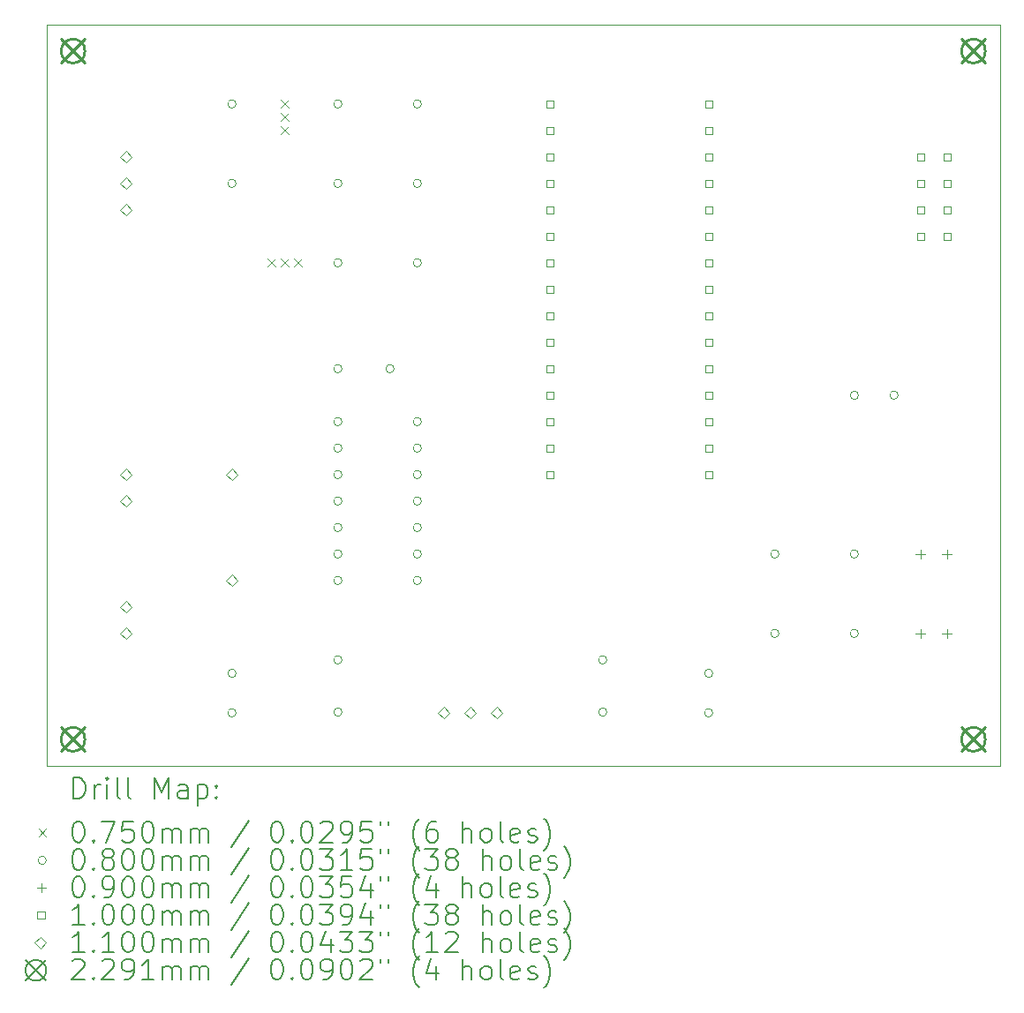
<source format=gbr>
%TF.GenerationSoftware,KiCad,Pcbnew,7.0.6*%
%TF.CreationDate,2023-08-10T18:19:30+02:00*%
%TF.ProjectId,ps2_mouse_to_serial_rev2,7073325f-6d6f-4757-9365-5f746f5f7365,rev?*%
%TF.SameCoordinates,Original*%
%TF.FileFunction,Drillmap*%
%TF.FilePolarity,Positive*%
%FSLAX45Y45*%
G04 Gerber Fmt 4.5, Leading zero omitted, Abs format (unit mm)*
G04 Created by KiCad (PCBNEW 7.0.6) date 2023-08-10 18:19:30*
%MOMM*%
%LPD*%
G01*
G04 APERTURE LIST*
%ADD10C,0.050000*%
%ADD11C,0.200000*%
%ADD12C,0.075000*%
%ADD13C,0.080000*%
%ADD14C,0.090000*%
%ADD15C,0.100000*%
%ADD16C,0.110000*%
%ADD17C,0.229108*%
G04 APERTURE END LIST*
D10*
X2540000Y-2540000D02*
X11684000Y-2540000D01*
X11684000Y-9652000D01*
X2540000Y-9652000D01*
X2540000Y-2540000D01*
D11*
D12*
X4661500Y-4788500D02*
X4736500Y-4863500D01*
X4736500Y-4788500D02*
X4661500Y-4863500D01*
X4788500Y-3264500D02*
X4863500Y-3339500D01*
X4863500Y-3264500D02*
X4788500Y-3339500D01*
X4788500Y-3391500D02*
X4863500Y-3466500D01*
X4863500Y-3391500D02*
X4788500Y-3466500D01*
X4788500Y-3518500D02*
X4863500Y-3593500D01*
X4863500Y-3518500D02*
X4788500Y-3593500D01*
X4788500Y-4788500D02*
X4863500Y-4863500D01*
X4863500Y-4788500D02*
X4788500Y-4863500D01*
X4915500Y-4788500D02*
X4990500Y-4863500D01*
X4990500Y-4788500D02*
X4915500Y-4863500D01*
D13*
X4358000Y-3302000D02*
G75*
G03*
X4358000Y-3302000I-40000J0D01*
G01*
X4358000Y-4064000D02*
G75*
G03*
X4358000Y-4064000I-40000J0D01*
G01*
X4358000Y-8764000D02*
G75*
G03*
X4358000Y-8764000I-40000J0D01*
G01*
X4358000Y-9144000D02*
G75*
G03*
X4358000Y-9144000I-40000J0D01*
G01*
X5374000Y-3302000D02*
G75*
G03*
X5374000Y-3302000I-40000J0D01*
G01*
X5374000Y-4064000D02*
G75*
G03*
X5374000Y-4064000I-40000J0D01*
G01*
X5374000Y-4826000D02*
G75*
G03*
X5374000Y-4826000I-40000J0D01*
G01*
X5374000Y-5842000D02*
G75*
G03*
X5374000Y-5842000I-40000J0D01*
G01*
X5374000Y-6350000D02*
G75*
G03*
X5374000Y-6350000I-40000J0D01*
G01*
X5374000Y-6604000D02*
G75*
G03*
X5374000Y-6604000I-40000J0D01*
G01*
X5374000Y-6858000D02*
G75*
G03*
X5374000Y-6858000I-40000J0D01*
G01*
X5374000Y-7112000D02*
G75*
G03*
X5374000Y-7112000I-40000J0D01*
G01*
X5374000Y-7366000D02*
G75*
G03*
X5374000Y-7366000I-40000J0D01*
G01*
X5374000Y-7620000D02*
G75*
G03*
X5374000Y-7620000I-40000J0D01*
G01*
X5374000Y-7874000D02*
G75*
G03*
X5374000Y-7874000I-40000J0D01*
G01*
X5374000Y-8636000D02*
G75*
G03*
X5374000Y-8636000I-40000J0D01*
G01*
X5374000Y-9136000D02*
G75*
G03*
X5374000Y-9136000I-40000J0D01*
G01*
X5874000Y-5842000D02*
G75*
G03*
X5874000Y-5842000I-40000J0D01*
G01*
X6136000Y-3302000D02*
G75*
G03*
X6136000Y-3302000I-40000J0D01*
G01*
X6136000Y-4064000D02*
G75*
G03*
X6136000Y-4064000I-40000J0D01*
G01*
X6136000Y-4826000D02*
G75*
G03*
X6136000Y-4826000I-40000J0D01*
G01*
X6136000Y-6350000D02*
G75*
G03*
X6136000Y-6350000I-40000J0D01*
G01*
X6136000Y-6604000D02*
G75*
G03*
X6136000Y-6604000I-40000J0D01*
G01*
X6136000Y-6858000D02*
G75*
G03*
X6136000Y-6858000I-40000J0D01*
G01*
X6136000Y-7112000D02*
G75*
G03*
X6136000Y-7112000I-40000J0D01*
G01*
X6136000Y-7366000D02*
G75*
G03*
X6136000Y-7366000I-40000J0D01*
G01*
X6136000Y-7620000D02*
G75*
G03*
X6136000Y-7620000I-40000J0D01*
G01*
X6136000Y-7874000D02*
G75*
G03*
X6136000Y-7874000I-40000J0D01*
G01*
X7914000Y-8636000D02*
G75*
G03*
X7914000Y-8636000I-40000J0D01*
G01*
X7914000Y-9136000D02*
G75*
G03*
X7914000Y-9136000I-40000J0D01*
G01*
X8930000Y-8764000D02*
G75*
G03*
X8930000Y-8764000I-40000J0D01*
G01*
X8930000Y-9144000D02*
G75*
G03*
X8930000Y-9144000I-40000J0D01*
G01*
X9565000Y-7620000D02*
G75*
G03*
X9565000Y-7620000I-40000J0D01*
G01*
X9565000Y-8382000D02*
G75*
G03*
X9565000Y-8382000I-40000J0D01*
G01*
X10327000Y-7620000D02*
G75*
G03*
X10327000Y-7620000I-40000J0D01*
G01*
X10327000Y-8382000D02*
G75*
G03*
X10327000Y-8382000I-40000J0D01*
G01*
X10328000Y-6096000D02*
G75*
G03*
X10328000Y-6096000I-40000J0D01*
G01*
X10708000Y-6096000D02*
G75*
G03*
X10708000Y-6096000I-40000J0D01*
G01*
D14*
X10922000Y-7575000D02*
X10922000Y-7665000D01*
X10877000Y-7620000D02*
X10967000Y-7620000D01*
X10922000Y-8337000D02*
X10922000Y-8427000D01*
X10877000Y-8382000D02*
X10967000Y-8382000D01*
X11176000Y-7575000D02*
X11176000Y-7665000D01*
X11131000Y-7620000D02*
X11221000Y-7620000D01*
X11176000Y-8337000D02*
X11176000Y-8427000D01*
X11131000Y-8382000D02*
X11221000Y-8382000D01*
D15*
X7401356Y-3337356D02*
X7401356Y-3266644D01*
X7330644Y-3266644D01*
X7330644Y-3337356D01*
X7401356Y-3337356D01*
X7401356Y-3591356D02*
X7401356Y-3520644D01*
X7330644Y-3520644D01*
X7330644Y-3591356D01*
X7401356Y-3591356D01*
X7401356Y-3845356D02*
X7401356Y-3774644D01*
X7330644Y-3774644D01*
X7330644Y-3845356D01*
X7401356Y-3845356D01*
X7401356Y-4099356D02*
X7401356Y-4028644D01*
X7330644Y-4028644D01*
X7330644Y-4099356D01*
X7401356Y-4099356D01*
X7401356Y-4353356D02*
X7401356Y-4282644D01*
X7330644Y-4282644D01*
X7330644Y-4353356D01*
X7401356Y-4353356D01*
X7401356Y-4607356D02*
X7401356Y-4536644D01*
X7330644Y-4536644D01*
X7330644Y-4607356D01*
X7401356Y-4607356D01*
X7401356Y-4861356D02*
X7401356Y-4790644D01*
X7330644Y-4790644D01*
X7330644Y-4861356D01*
X7401356Y-4861356D01*
X7401356Y-5115356D02*
X7401356Y-5044644D01*
X7330644Y-5044644D01*
X7330644Y-5115356D01*
X7401356Y-5115356D01*
X7401356Y-5369356D02*
X7401356Y-5298644D01*
X7330644Y-5298644D01*
X7330644Y-5369356D01*
X7401356Y-5369356D01*
X7401356Y-5623356D02*
X7401356Y-5552644D01*
X7330644Y-5552644D01*
X7330644Y-5623356D01*
X7401356Y-5623356D01*
X7401356Y-5877356D02*
X7401356Y-5806644D01*
X7330644Y-5806644D01*
X7330644Y-5877356D01*
X7401356Y-5877356D01*
X7401356Y-6131356D02*
X7401356Y-6060644D01*
X7330644Y-6060644D01*
X7330644Y-6131356D01*
X7401356Y-6131356D01*
X7401356Y-6385356D02*
X7401356Y-6314644D01*
X7330644Y-6314644D01*
X7330644Y-6385356D01*
X7401356Y-6385356D01*
X7401356Y-6639356D02*
X7401356Y-6568644D01*
X7330644Y-6568644D01*
X7330644Y-6639356D01*
X7401356Y-6639356D01*
X7401356Y-6893356D02*
X7401356Y-6822644D01*
X7330644Y-6822644D01*
X7330644Y-6893356D01*
X7401356Y-6893356D01*
X8925356Y-3337356D02*
X8925356Y-3266644D01*
X8854644Y-3266644D01*
X8854644Y-3337356D01*
X8925356Y-3337356D01*
X8925356Y-3591356D02*
X8925356Y-3520644D01*
X8854644Y-3520644D01*
X8854644Y-3591356D01*
X8925356Y-3591356D01*
X8925356Y-3845356D02*
X8925356Y-3774644D01*
X8854644Y-3774644D01*
X8854644Y-3845356D01*
X8925356Y-3845356D01*
X8925356Y-4099356D02*
X8925356Y-4028644D01*
X8854644Y-4028644D01*
X8854644Y-4099356D01*
X8925356Y-4099356D01*
X8925356Y-4353356D02*
X8925356Y-4282644D01*
X8854644Y-4282644D01*
X8854644Y-4353356D01*
X8925356Y-4353356D01*
X8925356Y-4607356D02*
X8925356Y-4536644D01*
X8854644Y-4536644D01*
X8854644Y-4607356D01*
X8925356Y-4607356D01*
X8925356Y-4861356D02*
X8925356Y-4790644D01*
X8854644Y-4790644D01*
X8854644Y-4861356D01*
X8925356Y-4861356D01*
X8925356Y-5115356D02*
X8925356Y-5044644D01*
X8854644Y-5044644D01*
X8854644Y-5115356D01*
X8925356Y-5115356D01*
X8925356Y-5369356D02*
X8925356Y-5298644D01*
X8854644Y-5298644D01*
X8854644Y-5369356D01*
X8925356Y-5369356D01*
X8925356Y-5623356D02*
X8925356Y-5552644D01*
X8854644Y-5552644D01*
X8854644Y-5623356D01*
X8925356Y-5623356D01*
X8925356Y-5877356D02*
X8925356Y-5806644D01*
X8854644Y-5806644D01*
X8854644Y-5877356D01*
X8925356Y-5877356D01*
X8925356Y-6131356D02*
X8925356Y-6060644D01*
X8854644Y-6060644D01*
X8854644Y-6131356D01*
X8925356Y-6131356D01*
X8925356Y-6385356D02*
X8925356Y-6314644D01*
X8854644Y-6314644D01*
X8854644Y-6385356D01*
X8925356Y-6385356D01*
X8925356Y-6639356D02*
X8925356Y-6568644D01*
X8854644Y-6568644D01*
X8854644Y-6639356D01*
X8925356Y-6639356D01*
X8925356Y-6893356D02*
X8925356Y-6822644D01*
X8854644Y-6822644D01*
X8854644Y-6893356D01*
X8925356Y-6893356D01*
X10957356Y-3845356D02*
X10957356Y-3774644D01*
X10886644Y-3774644D01*
X10886644Y-3845356D01*
X10957356Y-3845356D01*
X10957356Y-4099356D02*
X10957356Y-4028644D01*
X10886644Y-4028644D01*
X10886644Y-4099356D01*
X10957356Y-4099356D01*
X10957356Y-4353356D02*
X10957356Y-4282644D01*
X10886644Y-4282644D01*
X10886644Y-4353356D01*
X10957356Y-4353356D01*
X10957356Y-4607356D02*
X10957356Y-4536644D01*
X10886644Y-4536644D01*
X10886644Y-4607356D01*
X10957356Y-4607356D01*
X11211356Y-3845356D02*
X11211356Y-3774644D01*
X11140644Y-3774644D01*
X11140644Y-3845356D01*
X11211356Y-3845356D01*
X11211356Y-4099356D02*
X11211356Y-4028644D01*
X11140644Y-4028644D01*
X11140644Y-4099356D01*
X11211356Y-4099356D01*
X11211356Y-4353356D02*
X11211356Y-4282644D01*
X11140644Y-4282644D01*
X11140644Y-4353356D01*
X11211356Y-4353356D01*
X11211356Y-4607356D02*
X11211356Y-4536644D01*
X11140644Y-4536644D01*
X11140644Y-4607356D01*
X11211356Y-4607356D01*
D16*
X3302000Y-3865000D02*
X3357000Y-3810000D01*
X3302000Y-3755000D01*
X3247000Y-3810000D01*
X3302000Y-3865000D01*
X3302000Y-4119000D02*
X3357000Y-4064000D01*
X3302000Y-4009000D01*
X3247000Y-4064000D01*
X3302000Y-4119000D01*
X3302000Y-4373000D02*
X3357000Y-4318000D01*
X3302000Y-4263000D01*
X3247000Y-4318000D01*
X3302000Y-4373000D01*
X3302000Y-6913000D02*
X3357000Y-6858000D01*
X3302000Y-6803000D01*
X3247000Y-6858000D01*
X3302000Y-6913000D01*
X3302000Y-7167000D02*
X3357000Y-7112000D01*
X3302000Y-7057000D01*
X3247000Y-7112000D01*
X3302000Y-7167000D01*
X3302000Y-8183000D02*
X3357000Y-8128000D01*
X3302000Y-8073000D01*
X3247000Y-8128000D01*
X3302000Y-8183000D01*
X3302000Y-8437000D02*
X3357000Y-8382000D01*
X3302000Y-8327000D01*
X3247000Y-8382000D01*
X3302000Y-8437000D01*
X4318000Y-6913000D02*
X4373000Y-6858000D01*
X4318000Y-6803000D01*
X4263000Y-6858000D01*
X4318000Y-6913000D01*
X4318000Y-7929000D02*
X4373000Y-7874000D01*
X4318000Y-7819000D01*
X4263000Y-7874000D01*
X4318000Y-7929000D01*
X6350000Y-9199000D02*
X6405000Y-9144000D01*
X6350000Y-9089000D01*
X6295000Y-9144000D01*
X6350000Y-9199000D01*
X6604000Y-9199000D02*
X6659000Y-9144000D01*
X6604000Y-9089000D01*
X6549000Y-9144000D01*
X6604000Y-9199000D01*
X6858000Y-9199000D02*
X6913000Y-9144000D01*
X6858000Y-9089000D01*
X6803000Y-9144000D01*
X6858000Y-9199000D01*
D17*
X2679446Y-2679446D02*
X2908554Y-2908554D01*
X2908554Y-2679446D02*
X2679446Y-2908554D01*
X2908554Y-2794000D02*
G75*
G03*
X2908554Y-2794000I-114554J0D01*
G01*
X2679446Y-9283446D02*
X2908554Y-9512554D01*
X2908554Y-9283446D02*
X2679446Y-9512554D01*
X2908554Y-9398000D02*
G75*
G03*
X2908554Y-9398000I-114554J0D01*
G01*
X11315446Y-2679446D02*
X11544554Y-2908554D01*
X11544554Y-2679446D02*
X11315446Y-2908554D01*
X11544554Y-2794000D02*
G75*
G03*
X11544554Y-2794000I-114554J0D01*
G01*
X11315446Y-9283446D02*
X11544554Y-9512554D01*
X11544554Y-9283446D02*
X11315446Y-9512554D01*
X11544554Y-9398000D02*
G75*
G03*
X11544554Y-9398000I-114554J0D01*
G01*
D11*
X2798277Y-9965984D02*
X2798277Y-9765984D01*
X2798277Y-9765984D02*
X2845896Y-9765984D01*
X2845896Y-9765984D02*
X2874467Y-9775508D01*
X2874467Y-9775508D02*
X2893515Y-9794555D01*
X2893515Y-9794555D02*
X2903039Y-9813603D01*
X2903039Y-9813603D02*
X2912562Y-9851698D01*
X2912562Y-9851698D02*
X2912562Y-9880270D01*
X2912562Y-9880270D02*
X2903039Y-9918365D01*
X2903039Y-9918365D02*
X2893515Y-9937412D01*
X2893515Y-9937412D02*
X2874467Y-9956460D01*
X2874467Y-9956460D02*
X2845896Y-9965984D01*
X2845896Y-9965984D02*
X2798277Y-9965984D01*
X2998277Y-9965984D02*
X2998277Y-9832650D01*
X2998277Y-9870746D02*
X3007801Y-9851698D01*
X3007801Y-9851698D02*
X3017324Y-9842174D01*
X3017324Y-9842174D02*
X3036372Y-9832650D01*
X3036372Y-9832650D02*
X3055420Y-9832650D01*
X3122086Y-9965984D02*
X3122086Y-9832650D01*
X3122086Y-9765984D02*
X3112562Y-9775508D01*
X3112562Y-9775508D02*
X3122086Y-9785031D01*
X3122086Y-9785031D02*
X3131610Y-9775508D01*
X3131610Y-9775508D02*
X3122086Y-9765984D01*
X3122086Y-9765984D02*
X3122086Y-9785031D01*
X3245896Y-9965984D02*
X3226848Y-9956460D01*
X3226848Y-9956460D02*
X3217324Y-9937412D01*
X3217324Y-9937412D02*
X3217324Y-9765984D01*
X3350658Y-9965984D02*
X3331610Y-9956460D01*
X3331610Y-9956460D02*
X3322086Y-9937412D01*
X3322086Y-9937412D02*
X3322086Y-9765984D01*
X3579229Y-9965984D02*
X3579229Y-9765984D01*
X3579229Y-9765984D02*
X3645896Y-9908841D01*
X3645896Y-9908841D02*
X3712562Y-9765984D01*
X3712562Y-9765984D02*
X3712562Y-9965984D01*
X3893515Y-9965984D02*
X3893515Y-9861222D01*
X3893515Y-9861222D02*
X3883991Y-9842174D01*
X3883991Y-9842174D02*
X3864943Y-9832650D01*
X3864943Y-9832650D02*
X3826848Y-9832650D01*
X3826848Y-9832650D02*
X3807801Y-9842174D01*
X3893515Y-9956460D02*
X3874467Y-9965984D01*
X3874467Y-9965984D02*
X3826848Y-9965984D01*
X3826848Y-9965984D02*
X3807801Y-9956460D01*
X3807801Y-9956460D02*
X3798277Y-9937412D01*
X3798277Y-9937412D02*
X3798277Y-9918365D01*
X3798277Y-9918365D02*
X3807801Y-9899317D01*
X3807801Y-9899317D02*
X3826848Y-9889793D01*
X3826848Y-9889793D02*
X3874467Y-9889793D01*
X3874467Y-9889793D02*
X3893515Y-9880270D01*
X3988753Y-9832650D02*
X3988753Y-10032650D01*
X3988753Y-9842174D02*
X4007801Y-9832650D01*
X4007801Y-9832650D02*
X4045896Y-9832650D01*
X4045896Y-9832650D02*
X4064943Y-9842174D01*
X4064943Y-9842174D02*
X4074467Y-9851698D01*
X4074467Y-9851698D02*
X4083991Y-9870746D01*
X4083991Y-9870746D02*
X4083991Y-9927889D01*
X4083991Y-9927889D02*
X4074467Y-9946936D01*
X4074467Y-9946936D02*
X4064943Y-9956460D01*
X4064943Y-9956460D02*
X4045896Y-9965984D01*
X4045896Y-9965984D02*
X4007801Y-9965984D01*
X4007801Y-9965984D02*
X3988753Y-9956460D01*
X4169705Y-9946936D02*
X4179229Y-9956460D01*
X4179229Y-9956460D02*
X4169705Y-9965984D01*
X4169705Y-9965984D02*
X4160182Y-9956460D01*
X4160182Y-9956460D02*
X4169705Y-9946936D01*
X4169705Y-9946936D02*
X4169705Y-9965984D01*
X4169705Y-9842174D02*
X4179229Y-9851698D01*
X4179229Y-9851698D02*
X4169705Y-9861222D01*
X4169705Y-9861222D02*
X4160182Y-9851698D01*
X4160182Y-9851698D02*
X4169705Y-9842174D01*
X4169705Y-9842174D02*
X4169705Y-9861222D01*
D12*
X2462500Y-10257000D02*
X2537500Y-10332000D01*
X2537500Y-10257000D02*
X2462500Y-10332000D01*
D11*
X2836372Y-10185984D02*
X2855420Y-10185984D01*
X2855420Y-10185984D02*
X2874467Y-10195508D01*
X2874467Y-10195508D02*
X2883991Y-10205031D01*
X2883991Y-10205031D02*
X2893515Y-10224079D01*
X2893515Y-10224079D02*
X2903039Y-10262174D01*
X2903039Y-10262174D02*
X2903039Y-10309793D01*
X2903039Y-10309793D02*
X2893515Y-10347889D01*
X2893515Y-10347889D02*
X2883991Y-10366936D01*
X2883991Y-10366936D02*
X2874467Y-10376460D01*
X2874467Y-10376460D02*
X2855420Y-10385984D01*
X2855420Y-10385984D02*
X2836372Y-10385984D01*
X2836372Y-10385984D02*
X2817324Y-10376460D01*
X2817324Y-10376460D02*
X2807801Y-10366936D01*
X2807801Y-10366936D02*
X2798277Y-10347889D01*
X2798277Y-10347889D02*
X2788753Y-10309793D01*
X2788753Y-10309793D02*
X2788753Y-10262174D01*
X2788753Y-10262174D02*
X2798277Y-10224079D01*
X2798277Y-10224079D02*
X2807801Y-10205031D01*
X2807801Y-10205031D02*
X2817324Y-10195508D01*
X2817324Y-10195508D02*
X2836372Y-10185984D01*
X2988753Y-10366936D02*
X2998277Y-10376460D01*
X2998277Y-10376460D02*
X2988753Y-10385984D01*
X2988753Y-10385984D02*
X2979229Y-10376460D01*
X2979229Y-10376460D02*
X2988753Y-10366936D01*
X2988753Y-10366936D02*
X2988753Y-10385984D01*
X3064943Y-10185984D02*
X3198277Y-10185984D01*
X3198277Y-10185984D02*
X3112562Y-10385984D01*
X3369705Y-10185984D02*
X3274467Y-10185984D01*
X3274467Y-10185984D02*
X3264943Y-10281222D01*
X3264943Y-10281222D02*
X3274467Y-10271698D01*
X3274467Y-10271698D02*
X3293515Y-10262174D01*
X3293515Y-10262174D02*
X3341134Y-10262174D01*
X3341134Y-10262174D02*
X3360182Y-10271698D01*
X3360182Y-10271698D02*
X3369705Y-10281222D01*
X3369705Y-10281222D02*
X3379229Y-10300270D01*
X3379229Y-10300270D02*
X3379229Y-10347889D01*
X3379229Y-10347889D02*
X3369705Y-10366936D01*
X3369705Y-10366936D02*
X3360182Y-10376460D01*
X3360182Y-10376460D02*
X3341134Y-10385984D01*
X3341134Y-10385984D02*
X3293515Y-10385984D01*
X3293515Y-10385984D02*
X3274467Y-10376460D01*
X3274467Y-10376460D02*
X3264943Y-10366936D01*
X3503039Y-10185984D02*
X3522086Y-10185984D01*
X3522086Y-10185984D02*
X3541134Y-10195508D01*
X3541134Y-10195508D02*
X3550658Y-10205031D01*
X3550658Y-10205031D02*
X3560182Y-10224079D01*
X3560182Y-10224079D02*
X3569705Y-10262174D01*
X3569705Y-10262174D02*
X3569705Y-10309793D01*
X3569705Y-10309793D02*
X3560182Y-10347889D01*
X3560182Y-10347889D02*
X3550658Y-10366936D01*
X3550658Y-10366936D02*
X3541134Y-10376460D01*
X3541134Y-10376460D02*
X3522086Y-10385984D01*
X3522086Y-10385984D02*
X3503039Y-10385984D01*
X3503039Y-10385984D02*
X3483991Y-10376460D01*
X3483991Y-10376460D02*
X3474467Y-10366936D01*
X3474467Y-10366936D02*
X3464943Y-10347889D01*
X3464943Y-10347889D02*
X3455420Y-10309793D01*
X3455420Y-10309793D02*
X3455420Y-10262174D01*
X3455420Y-10262174D02*
X3464943Y-10224079D01*
X3464943Y-10224079D02*
X3474467Y-10205031D01*
X3474467Y-10205031D02*
X3483991Y-10195508D01*
X3483991Y-10195508D02*
X3503039Y-10185984D01*
X3655420Y-10385984D02*
X3655420Y-10252650D01*
X3655420Y-10271698D02*
X3664943Y-10262174D01*
X3664943Y-10262174D02*
X3683991Y-10252650D01*
X3683991Y-10252650D02*
X3712563Y-10252650D01*
X3712563Y-10252650D02*
X3731610Y-10262174D01*
X3731610Y-10262174D02*
X3741134Y-10281222D01*
X3741134Y-10281222D02*
X3741134Y-10385984D01*
X3741134Y-10281222D02*
X3750658Y-10262174D01*
X3750658Y-10262174D02*
X3769705Y-10252650D01*
X3769705Y-10252650D02*
X3798277Y-10252650D01*
X3798277Y-10252650D02*
X3817324Y-10262174D01*
X3817324Y-10262174D02*
X3826848Y-10281222D01*
X3826848Y-10281222D02*
X3826848Y-10385984D01*
X3922086Y-10385984D02*
X3922086Y-10252650D01*
X3922086Y-10271698D02*
X3931610Y-10262174D01*
X3931610Y-10262174D02*
X3950658Y-10252650D01*
X3950658Y-10252650D02*
X3979229Y-10252650D01*
X3979229Y-10252650D02*
X3998277Y-10262174D01*
X3998277Y-10262174D02*
X4007801Y-10281222D01*
X4007801Y-10281222D02*
X4007801Y-10385984D01*
X4007801Y-10281222D02*
X4017324Y-10262174D01*
X4017324Y-10262174D02*
X4036372Y-10252650D01*
X4036372Y-10252650D02*
X4064943Y-10252650D01*
X4064943Y-10252650D02*
X4083991Y-10262174D01*
X4083991Y-10262174D02*
X4093515Y-10281222D01*
X4093515Y-10281222D02*
X4093515Y-10385984D01*
X4483991Y-10176460D02*
X4312563Y-10433603D01*
X4741134Y-10185984D02*
X4760182Y-10185984D01*
X4760182Y-10185984D02*
X4779229Y-10195508D01*
X4779229Y-10195508D02*
X4788753Y-10205031D01*
X4788753Y-10205031D02*
X4798277Y-10224079D01*
X4798277Y-10224079D02*
X4807801Y-10262174D01*
X4807801Y-10262174D02*
X4807801Y-10309793D01*
X4807801Y-10309793D02*
X4798277Y-10347889D01*
X4798277Y-10347889D02*
X4788753Y-10366936D01*
X4788753Y-10366936D02*
X4779229Y-10376460D01*
X4779229Y-10376460D02*
X4760182Y-10385984D01*
X4760182Y-10385984D02*
X4741134Y-10385984D01*
X4741134Y-10385984D02*
X4722087Y-10376460D01*
X4722087Y-10376460D02*
X4712563Y-10366936D01*
X4712563Y-10366936D02*
X4703039Y-10347889D01*
X4703039Y-10347889D02*
X4693515Y-10309793D01*
X4693515Y-10309793D02*
X4693515Y-10262174D01*
X4693515Y-10262174D02*
X4703039Y-10224079D01*
X4703039Y-10224079D02*
X4712563Y-10205031D01*
X4712563Y-10205031D02*
X4722087Y-10195508D01*
X4722087Y-10195508D02*
X4741134Y-10185984D01*
X4893515Y-10366936D02*
X4903039Y-10376460D01*
X4903039Y-10376460D02*
X4893515Y-10385984D01*
X4893515Y-10385984D02*
X4883991Y-10376460D01*
X4883991Y-10376460D02*
X4893515Y-10366936D01*
X4893515Y-10366936D02*
X4893515Y-10385984D01*
X5026848Y-10185984D02*
X5045896Y-10185984D01*
X5045896Y-10185984D02*
X5064944Y-10195508D01*
X5064944Y-10195508D02*
X5074468Y-10205031D01*
X5074468Y-10205031D02*
X5083991Y-10224079D01*
X5083991Y-10224079D02*
X5093515Y-10262174D01*
X5093515Y-10262174D02*
X5093515Y-10309793D01*
X5093515Y-10309793D02*
X5083991Y-10347889D01*
X5083991Y-10347889D02*
X5074468Y-10366936D01*
X5074468Y-10366936D02*
X5064944Y-10376460D01*
X5064944Y-10376460D02*
X5045896Y-10385984D01*
X5045896Y-10385984D02*
X5026848Y-10385984D01*
X5026848Y-10385984D02*
X5007801Y-10376460D01*
X5007801Y-10376460D02*
X4998277Y-10366936D01*
X4998277Y-10366936D02*
X4988753Y-10347889D01*
X4988753Y-10347889D02*
X4979229Y-10309793D01*
X4979229Y-10309793D02*
X4979229Y-10262174D01*
X4979229Y-10262174D02*
X4988753Y-10224079D01*
X4988753Y-10224079D02*
X4998277Y-10205031D01*
X4998277Y-10205031D02*
X5007801Y-10195508D01*
X5007801Y-10195508D02*
X5026848Y-10185984D01*
X5169706Y-10205031D02*
X5179229Y-10195508D01*
X5179229Y-10195508D02*
X5198277Y-10185984D01*
X5198277Y-10185984D02*
X5245896Y-10185984D01*
X5245896Y-10185984D02*
X5264944Y-10195508D01*
X5264944Y-10195508D02*
X5274468Y-10205031D01*
X5274468Y-10205031D02*
X5283991Y-10224079D01*
X5283991Y-10224079D02*
X5283991Y-10243127D01*
X5283991Y-10243127D02*
X5274468Y-10271698D01*
X5274468Y-10271698D02*
X5160182Y-10385984D01*
X5160182Y-10385984D02*
X5283991Y-10385984D01*
X5379229Y-10385984D02*
X5417325Y-10385984D01*
X5417325Y-10385984D02*
X5436372Y-10376460D01*
X5436372Y-10376460D02*
X5445896Y-10366936D01*
X5445896Y-10366936D02*
X5464944Y-10338365D01*
X5464944Y-10338365D02*
X5474468Y-10300270D01*
X5474468Y-10300270D02*
X5474468Y-10224079D01*
X5474468Y-10224079D02*
X5464944Y-10205031D01*
X5464944Y-10205031D02*
X5455420Y-10195508D01*
X5455420Y-10195508D02*
X5436372Y-10185984D01*
X5436372Y-10185984D02*
X5398277Y-10185984D01*
X5398277Y-10185984D02*
X5379229Y-10195508D01*
X5379229Y-10195508D02*
X5369706Y-10205031D01*
X5369706Y-10205031D02*
X5360182Y-10224079D01*
X5360182Y-10224079D02*
X5360182Y-10271698D01*
X5360182Y-10271698D02*
X5369706Y-10290746D01*
X5369706Y-10290746D02*
X5379229Y-10300270D01*
X5379229Y-10300270D02*
X5398277Y-10309793D01*
X5398277Y-10309793D02*
X5436372Y-10309793D01*
X5436372Y-10309793D02*
X5455420Y-10300270D01*
X5455420Y-10300270D02*
X5464944Y-10290746D01*
X5464944Y-10290746D02*
X5474468Y-10271698D01*
X5655420Y-10185984D02*
X5560182Y-10185984D01*
X5560182Y-10185984D02*
X5550658Y-10281222D01*
X5550658Y-10281222D02*
X5560182Y-10271698D01*
X5560182Y-10271698D02*
X5579229Y-10262174D01*
X5579229Y-10262174D02*
X5626848Y-10262174D01*
X5626848Y-10262174D02*
X5645896Y-10271698D01*
X5645896Y-10271698D02*
X5655420Y-10281222D01*
X5655420Y-10281222D02*
X5664944Y-10300270D01*
X5664944Y-10300270D02*
X5664944Y-10347889D01*
X5664944Y-10347889D02*
X5655420Y-10366936D01*
X5655420Y-10366936D02*
X5645896Y-10376460D01*
X5645896Y-10376460D02*
X5626848Y-10385984D01*
X5626848Y-10385984D02*
X5579229Y-10385984D01*
X5579229Y-10385984D02*
X5560182Y-10376460D01*
X5560182Y-10376460D02*
X5550658Y-10366936D01*
X5741134Y-10185984D02*
X5741134Y-10224079D01*
X5817325Y-10185984D02*
X5817325Y-10224079D01*
X6112563Y-10462174D02*
X6103039Y-10452650D01*
X6103039Y-10452650D02*
X6083991Y-10424079D01*
X6083991Y-10424079D02*
X6074468Y-10405031D01*
X6074468Y-10405031D02*
X6064944Y-10376460D01*
X6064944Y-10376460D02*
X6055420Y-10328841D01*
X6055420Y-10328841D02*
X6055420Y-10290746D01*
X6055420Y-10290746D02*
X6064944Y-10243127D01*
X6064944Y-10243127D02*
X6074468Y-10214555D01*
X6074468Y-10214555D02*
X6083991Y-10195508D01*
X6083991Y-10195508D02*
X6103039Y-10166936D01*
X6103039Y-10166936D02*
X6112563Y-10157412D01*
X6274468Y-10185984D02*
X6236372Y-10185984D01*
X6236372Y-10185984D02*
X6217325Y-10195508D01*
X6217325Y-10195508D02*
X6207801Y-10205031D01*
X6207801Y-10205031D02*
X6188753Y-10233603D01*
X6188753Y-10233603D02*
X6179229Y-10271698D01*
X6179229Y-10271698D02*
X6179229Y-10347889D01*
X6179229Y-10347889D02*
X6188753Y-10366936D01*
X6188753Y-10366936D02*
X6198277Y-10376460D01*
X6198277Y-10376460D02*
X6217325Y-10385984D01*
X6217325Y-10385984D02*
X6255420Y-10385984D01*
X6255420Y-10385984D02*
X6274468Y-10376460D01*
X6274468Y-10376460D02*
X6283991Y-10366936D01*
X6283991Y-10366936D02*
X6293515Y-10347889D01*
X6293515Y-10347889D02*
X6293515Y-10300270D01*
X6293515Y-10300270D02*
X6283991Y-10281222D01*
X6283991Y-10281222D02*
X6274468Y-10271698D01*
X6274468Y-10271698D02*
X6255420Y-10262174D01*
X6255420Y-10262174D02*
X6217325Y-10262174D01*
X6217325Y-10262174D02*
X6198277Y-10271698D01*
X6198277Y-10271698D02*
X6188753Y-10281222D01*
X6188753Y-10281222D02*
X6179229Y-10300270D01*
X6531610Y-10385984D02*
X6531610Y-10185984D01*
X6617325Y-10385984D02*
X6617325Y-10281222D01*
X6617325Y-10281222D02*
X6607801Y-10262174D01*
X6607801Y-10262174D02*
X6588753Y-10252650D01*
X6588753Y-10252650D02*
X6560182Y-10252650D01*
X6560182Y-10252650D02*
X6541134Y-10262174D01*
X6541134Y-10262174D02*
X6531610Y-10271698D01*
X6741134Y-10385984D02*
X6722087Y-10376460D01*
X6722087Y-10376460D02*
X6712563Y-10366936D01*
X6712563Y-10366936D02*
X6703039Y-10347889D01*
X6703039Y-10347889D02*
X6703039Y-10290746D01*
X6703039Y-10290746D02*
X6712563Y-10271698D01*
X6712563Y-10271698D02*
X6722087Y-10262174D01*
X6722087Y-10262174D02*
X6741134Y-10252650D01*
X6741134Y-10252650D02*
X6769706Y-10252650D01*
X6769706Y-10252650D02*
X6788753Y-10262174D01*
X6788753Y-10262174D02*
X6798277Y-10271698D01*
X6798277Y-10271698D02*
X6807801Y-10290746D01*
X6807801Y-10290746D02*
X6807801Y-10347889D01*
X6807801Y-10347889D02*
X6798277Y-10366936D01*
X6798277Y-10366936D02*
X6788753Y-10376460D01*
X6788753Y-10376460D02*
X6769706Y-10385984D01*
X6769706Y-10385984D02*
X6741134Y-10385984D01*
X6922087Y-10385984D02*
X6903039Y-10376460D01*
X6903039Y-10376460D02*
X6893515Y-10357412D01*
X6893515Y-10357412D02*
X6893515Y-10185984D01*
X7074468Y-10376460D02*
X7055420Y-10385984D01*
X7055420Y-10385984D02*
X7017325Y-10385984D01*
X7017325Y-10385984D02*
X6998277Y-10376460D01*
X6998277Y-10376460D02*
X6988753Y-10357412D01*
X6988753Y-10357412D02*
X6988753Y-10281222D01*
X6988753Y-10281222D02*
X6998277Y-10262174D01*
X6998277Y-10262174D02*
X7017325Y-10252650D01*
X7017325Y-10252650D02*
X7055420Y-10252650D01*
X7055420Y-10252650D02*
X7074468Y-10262174D01*
X7074468Y-10262174D02*
X7083991Y-10281222D01*
X7083991Y-10281222D02*
X7083991Y-10300270D01*
X7083991Y-10300270D02*
X6988753Y-10319317D01*
X7160182Y-10376460D02*
X7179230Y-10385984D01*
X7179230Y-10385984D02*
X7217325Y-10385984D01*
X7217325Y-10385984D02*
X7236372Y-10376460D01*
X7236372Y-10376460D02*
X7245896Y-10357412D01*
X7245896Y-10357412D02*
X7245896Y-10347889D01*
X7245896Y-10347889D02*
X7236372Y-10328841D01*
X7236372Y-10328841D02*
X7217325Y-10319317D01*
X7217325Y-10319317D02*
X7188753Y-10319317D01*
X7188753Y-10319317D02*
X7169706Y-10309793D01*
X7169706Y-10309793D02*
X7160182Y-10290746D01*
X7160182Y-10290746D02*
X7160182Y-10281222D01*
X7160182Y-10281222D02*
X7169706Y-10262174D01*
X7169706Y-10262174D02*
X7188753Y-10252650D01*
X7188753Y-10252650D02*
X7217325Y-10252650D01*
X7217325Y-10252650D02*
X7236372Y-10262174D01*
X7312563Y-10462174D02*
X7322087Y-10452650D01*
X7322087Y-10452650D02*
X7341134Y-10424079D01*
X7341134Y-10424079D02*
X7350658Y-10405031D01*
X7350658Y-10405031D02*
X7360182Y-10376460D01*
X7360182Y-10376460D02*
X7369706Y-10328841D01*
X7369706Y-10328841D02*
X7369706Y-10290746D01*
X7369706Y-10290746D02*
X7360182Y-10243127D01*
X7360182Y-10243127D02*
X7350658Y-10214555D01*
X7350658Y-10214555D02*
X7341134Y-10195508D01*
X7341134Y-10195508D02*
X7322087Y-10166936D01*
X7322087Y-10166936D02*
X7312563Y-10157412D01*
D13*
X2537500Y-10558500D02*
G75*
G03*
X2537500Y-10558500I-40000J0D01*
G01*
D11*
X2836372Y-10449984D02*
X2855420Y-10449984D01*
X2855420Y-10449984D02*
X2874467Y-10459508D01*
X2874467Y-10459508D02*
X2883991Y-10469031D01*
X2883991Y-10469031D02*
X2893515Y-10488079D01*
X2893515Y-10488079D02*
X2903039Y-10526174D01*
X2903039Y-10526174D02*
X2903039Y-10573793D01*
X2903039Y-10573793D02*
X2893515Y-10611889D01*
X2893515Y-10611889D02*
X2883991Y-10630936D01*
X2883991Y-10630936D02*
X2874467Y-10640460D01*
X2874467Y-10640460D02*
X2855420Y-10649984D01*
X2855420Y-10649984D02*
X2836372Y-10649984D01*
X2836372Y-10649984D02*
X2817324Y-10640460D01*
X2817324Y-10640460D02*
X2807801Y-10630936D01*
X2807801Y-10630936D02*
X2798277Y-10611889D01*
X2798277Y-10611889D02*
X2788753Y-10573793D01*
X2788753Y-10573793D02*
X2788753Y-10526174D01*
X2788753Y-10526174D02*
X2798277Y-10488079D01*
X2798277Y-10488079D02*
X2807801Y-10469031D01*
X2807801Y-10469031D02*
X2817324Y-10459508D01*
X2817324Y-10459508D02*
X2836372Y-10449984D01*
X2988753Y-10630936D02*
X2998277Y-10640460D01*
X2998277Y-10640460D02*
X2988753Y-10649984D01*
X2988753Y-10649984D02*
X2979229Y-10640460D01*
X2979229Y-10640460D02*
X2988753Y-10630936D01*
X2988753Y-10630936D02*
X2988753Y-10649984D01*
X3112562Y-10535698D02*
X3093515Y-10526174D01*
X3093515Y-10526174D02*
X3083991Y-10516650D01*
X3083991Y-10516650D02*
X3074467Y-10497603D01*
X3074467Y-10497603D02*
X3074467Y-10488079D01*
X3074467Y-10488079D02*
X3083991Y-10469031D01*
X3083991Y-10469031D02*
X3093515Y-10459508D01*
X3093515Y-10459508D02*
X3112562Y-10449984D01*
X3112562Y-10449984D02*
X3150658Y-10449984D01*
X3150658Y-10449984D02*
X3169705Y-10459508D01*
X3169705Y-10459508D02*
X3179229Y-10469031D01*
X3179229Y-10469031D02*
X3188753Y-10488079D01*
X3188753Y-10488079D02*
X3188753Y-10497603D01*
X3188753Y-10497603D02*
X3179229Y-10516650D01*
X3179229Y-10516650D02*
X3169705Y-10526174D01*
X3169705Y-10526174D02*
X3150658Y-10535698D01*
X3150658Y-10535698D02*
X3112562Y-10535698D01*
X3112562Y-10535698D02*
X3093515Y-10545222D01*
X3093515Y-10545222D02*
X3083991Y-10554746D01*
X3083991Y-10554746D02*
X3074467Y-10573793D01*
X3074467Y-10573793D02*
X3074467Y-10611889D01*
X3074467Y-10611889D02*
X3083991Y-10630936D01*
X3083991Y-10630936D02*
X3093515Y-10640460D01*
X3093515Y-10640460D02*
X3112562Y-10649984D01*
X3112562Y-10649984D02*
X3150658Y-10649984D01*
X3150658Y-10649984D02*
X3169705Y-10640460D01*
X3169705Y-10640460D02*
X3179229Y-10630936D01*
X3179229Y-10630936D02*
X3188753Y-10611889D01*
X3188753Y-10611889D02*
X3188753Y-10573793D01*
X3188753Y-10573793D02*
X3179229Y-10554746D01*
X3179229Y-10554746D02*
X3169705Y-10545222D01*
X3169705Y-10545222D02*
X3150658Y-10535698D01*
X3312562Y-10449984D02*
X3331610Y-10449984D01*
X3331610Y-10449984D02*
X3350658Y-10459508D01*
X3350658Y-10459508D02*
X3360182Y-10469031D01*
X3360182Y-10469031D02*
X3369705Y-10488079D01*
X3369705Y-10488079D02*
X3379229Y-10526174D01*
X3379229Y-10526174D02*
X3379229Y-10573793D01*
X3379229Y-10573793D02*
X3369705Y-10611889D01*
X3369705Y-10611889D02*
X3360182Y-10630936D01*
X3360182Y-10630936D02*
X3350658Y-10640460D01*
X3350658Y-10640460D02*
X3331610Y-10649984D01*
X3331610Y-10649984D02*
X3312562Y-10649984D01*
X3312562Y-10649984D02*
X3293515Y-10640460D01*
X3293515Y-10640460D02*
X3283991Y-10630936D01*
X3283991Y-10630936D02*
X3274467Y-10611889D01*
X3274467Y-10611889D02*
X3264943Y-10573793D01*
X3264943Y-10573793D02*
X3264943Y-10526174D01*
X3264943Y-10526174D02*
X3274467Y-10488079D01*
X3274467Y-10488079D02*
X3283991Y-10469031D01*
X3283991Y-10469031D02*
X3293515Y-10459508D01*
X3293515Y-10459508D02*
X3312562Y-10449984D01*
X3503039Y-10449984D02*
X3522086Y-10449984D01*
X3522086Y-10449984D02*
X3541134Y-10459508D01*
X3541134Y-10459508D02*
X3550658Y-10469031D01*
X3550658Y-10469031D02*
X3560182Y-10488079D01*
X3560182Y-10488079D02*
X3569705Y-10526174D01*
X3569705Y-10526174D02*
X3569705Y-10573793D01*
X3569705Y-10573793D02*
X3560182Y-10611889D01*
X3560182Y-10611889D02*
X3550658Y-10630936D01*
X3550658Y-10630936D02*
X3541134Y-10640460D01*
X3541134Y-10640460D02*
X3522086Y-10649984D01*
X3522086Y-10649984D02*
X3503039Y-10649984D01*
X3503039Y-10649984D02*
X3483991Y-10640460D01*
X3483991Y-10640460D02*
X3474467Y-10630936D01*
X3474467Y-10630936D02*
X3464943Y-10611889D01*
X3464943Y-10611889D02*
X3455420Y-10573793D01*
X3455420Y-10573793D02*
X3455420Y-10526174D01*
X3455420Y-10526174D02*
X3464943Y-10488079D01*
X3464943Y-10488079D02*
X3474467Y-10469031D01*
X3474467Y-10469031D02*
X3483991Y-10459508D01*
X3483991Y-10459508D02*
X3503039Y-10449984D01*
X3655420Y-10649984D02*
X3655420Y-10516650D01*
X3655420Y-10535698D02*
X3664943Y-10526174D01*
X3664943Y-10526174D02*
X3683991Y-10516650D01*
X3683991Y-10516650D02*
X3712563Y-10516650D01*
X3712563Y-10516650D02*
X3731610Y-10526174D01*
X3731610Y-10526174D02*
X3741134Y-10545222D01*
X3741134Y-10545222D02*
X3741134Y-10649984D01*
X3741134Y-10545222D02*
X3750658Y-10526174D01*
X3750658Y-10526174D02*
X3769705Y-10516650D01*
X3769705Y-10516650D02*
X3798277Y-10516650D01*
X3798277Y-10516650D02*
X3817324Y-10526174D01*
X3817324Y-10526174D02*
X3826848Y-10545222D01*
X3826848Y-10545222D02*
X3826848Y-10649984D01*
X3922086Y-10649984D02*
X3922086Y-10516650D01*
X3922086Y-10535698D02*
X3931610Y-10526174D01*
X3931610Y-10526174D02*
X3950658Y-10516650D01*
X3950658Y-10516650D02*
X3979229Y-10516650D01*
X3979229Y-10516650D02*
X3998277Y-10526174D01*
X3998277Y-10526174D02*
X4007801Y-10545222D01*
X4007801Y-10545222D02*
X4007801Y-10649984D01*
X4007801Y-10545222D02*
X4017324Y-10526174D01*
X4017324Y-10526174D02*
X4036372Y-10516650D01*
X4036372Y-10516650D02*
X4064943Y-10516650D01*
X4064943Y-10516650D02*
X4083991Y-10526174D01*
X4083991Y-10526174D02*
X4093515Y-10545222D01*
X4093515Y-10545222D02*
X4093515Y-10649984D01*
X4483991Y-10440460D02*
X4312563Y-10697603D01*
X4741134Y-10449984D02*
X4760182Y-10449984D01*
X4760182Y-10449984D02*
X4779229Y-10459508D01*
X4779229Y-10459508D02*
X4788753Y-10469031D01*
X4788753Y-10469031D02*
X4798277Y-10488079D01*
X4798277Y-10488079D02*
X4807801Y-10526174D01*
X4807801Y-10526174D02*
X4807801Y-10573793D01*
X4807801Y-10573793D02*
X4798277Y-10611889D01*
X4798277Y-10611889D02*
X4788753Y-10630936D01*
X4788753Y-10630936D02*
X4779229Y-10640460D01*
X4779229Y-10640460D02*
X4760182Y-10649984D01*
X4760182Y-10649984D02*
X4741134Y-10649984D01*
X4741134Y-10649984D02*
X4722087Y-10640460D01*
X4722087Y-10640460D02*
X4712563Y-10630936D01*
X4712563Y-10630936D02*
X4703039Y-10611889D01*
X4703039Y-10611889D02*
X4693515Y-10573793D01*
X4693515Y-10573793D02*
X4693515Y-10526174D01*
X4693515Y-10526174D02*
X4703039Y-10488079D01*
X4703039Y-10488079D02*
X4712563Y-10469031D01*
X4712563Y-10469031D02*
X4722087Y-10459508D01*
X4722087Y-10459508D02*
X4741134Y-10449984D01*
X4893515Y-10630936D02*
X4903039Y-10640460D01*
X4903039Y-10640460D02*
X4893515Y-10649984D01*
X4893515Y-10649984D02*
X4883991Y-10640460D01*
X4883991Y-10640460D02*
X4893515Y-10630936D01*
X4893515Y-10630936D02*
X4893515Y-10649984D01*
X5026848Y-10449984D02*
X5045896Y-10449984D01*
X5045896Y-10449984D02*
X5064944Y-10459508D01*
X5064944Y-10459508D02*
X5074468Y-10469031D01*
X5074468Y-10469031D02*
X5083991Y-10488079D01*
X5083991Y-10488079D02*
X5093515Y-10526174D01*
X5093515Y-10526174D02*
X5093515Y-10573793D01*
X5093515Y-10573793D02*
X5083991Y-10611889D01*
X5083991Y-10611889D02*
X5074468Y-10630936D01*
X5074468Y-10630936D02*
X5064944Y-10640460D01*
X5064944Y-10640460D02*
X5045896Y-10649984D01*
X5045896Y-10649984D02*
X5026848Y-10649984D01*
X5026848Y-10649984D02*
X5007801Y-10640460D01*
X5007801Y-10640460D02*
X4998277Y-10630936D01*
X4998277Y-10630936D02*
X4988753Y-10611889D01*
X4988753Y-10611889D02*
X4979229Y-10573793D01*
X4979229Y-10573793D02*
X4979229Y-10526174D01*
X4979229Y-10526174D02*
X4988753Y-10488079D01*
X4988753Y-10488079D02*
X4998277Y-10469031D01*
X4998277Y-10469031D02*
X5007801Y-10459508D01*
X5007801Y-10459508D02*
X5026848Y-10449984D01*
X5160182Y-10449984D02*
X5283991Y-10449984D01*
X5283991Y-10449984D02*
X5217325Y-10526174D01*
X5217325Y-10526174D02*
X5245896Y-10526174D01*
X5245896Y-10526174D02*
X5264944Y-10535698D01*
X5264944Y-10535698D02*
X5274468Y-10545222D01*
X5274468Y-10545222D02*
X5283991Y-10564270D01*
X5283991Y-10564270D02*
X5283991Y-10611889D01*
X5283991Y-10611889D02*
X5274468Y-10630936D01*
X5274468Y-10630936D02*
X5264944Y-10640460D01*
X5264944Y-10640460D02*
X5245896Y-10649984D01*
X5245896Y-10649984D02*
X5188753Y-10649984D01*
X5188753Y-10649984D02*
X5169706Y-10640460D01*
X5169706Y-10640460D02*
X5160182Y-10630936D01*
X5474468Y-10649984D02*
X5360182Y-10649984D01*
X5417325Y-10649984D02*
X5417325Y-10449984D01*
X5417325Y-10449984D02*
X5398277Y-10478555D01*
X5398277Y-10478555D02*
X5379229Y-10497603D01*
X5379229Y-10497603D02*
X5360182Y-10507127D01*
X5655420Y-10449984D02*
X5560182Y-10449984D01*
X5560182Y-10449984D02*
X5550658Y-10545222D01*
X5550658Y-10545222D02*
X5560182Y-10535698D01*
X5560182Y-10535698D02*
X5579229Y-10526174D01*
X5579229Y-10526174D02*
X5626848Y-10526174D01*
X5626848Y-10526174D02*
X5645896Y-10535698D01*
X5645896Y-10535698D02*
X5655420Y-10545222D01*
X5655420Y-10545222D02*
X5664944Y-10564270D01*
X5664944Y-10564270D02*
X5664944Y-10611889D01*
X5664944Y-10611889D02*
X5655420Y-10630936D01*
X5655420Y-10630936D02*
X5645896Y-10640460D01*
X5645896Y-10640460D02*
X5626848Y-10649984D01*
X5626848Y-10649984D02*
X5579229Y-10649984D01*
X5579229Y-10649984D02*
X5560182Y-10640460D01*
X5560182Y-10640460D02*
X5550658Y-10630936D01*
X5741134Y-10449984D02*
X5741134Y-10488079D01*
X5817325Y-10449984D02*
X5817325Y-10488079D01*
X6112563Y-10726174D02*
X6103039Y-10716650D01*
X6103039Y-10716650D02*
X6083991Y-10688079D01*
X6083991Y-10688079D02*
X6074468Y-10669031D01*
X6074468Y-10669031D02*
X6064944Y-10640460D01*
X6064944Y-10640460D02*
X6055420Y-10592841D01*
X6055420Y-10592841D02*
X6055420Y-10554746D01*
X6055420Y-10554746D02*
X6064944Y-10507127D01*
X6064944Y-10507127D02*
X6074468Y-10478555D01*
X6074468Y-10478555D02*
X6083991Y-10459508D01*
X6083991Y-10459508D02*
X6103039Y-10430936D01*
X6103039Y-10430936D02*
X6112563Y-10421412D01*
X6169706Y-10449984D02*
X6293515Y-10449984D01*
X6293515Y-10449984D02*
X6226848Y-10526174D01*
X6226848Y-10526174D02*
X6255420Y-10526174D01*
X6255420Y-10526174D02*
X6274468Y-10535698D01*
X6274468Y-10535698D02*
X6283991Y-10545222D01*
X6283991Y-10545222D02*
X6293515Y-10564270D01*
X6293515Y-10564270D02*
X6293515Y-10611889D01*
X6293515Y-10611889D02*
X6283991Y-10630936D01*
X6283991Y-10630936D02*
X6274468Y-10640460D01*
X6274468Y-10640460D02*
X6255420Y-10649984D01*
X6255420Y-10649984D02*
X6198277Y-10649984D01*
X6198277Y-10649984D02*
X6179229Y-10640460D01*
X6179229Y-10640460D02*
X6169706Y-10630936D01*
X6407801Y-10535698D02*
X6388753Y-10526174D01*
X6388753Y-10526174D02*
X6379229Y-10516650D01*
X6379229Y-10516650D02*
X6369706Y-10497603D01*
X6369706Y-10497603D02*
X6369706Y-10488079D01*
X6369706Y-10488079D02*
X6379229Y-10469031D01*
X6379229Y-10469031D02*
X6388753Y-10459508D01*
X6388753Y-10459508D02*
X6407801Y-10449984D01*
X6407801Y-10449984D02*
X6445896Y-10449984D01*
X6445896Y-10449984D02*
X6464944Y-10459508D01*
X6464944Y-10459508D02*
X6474468Y-10469031D01*
X6474468Y-10469031D02*
X6483991Y-10488079D01*
X6483991Y-10488079D02*
X6483991Y-10497603D01*
X6483991Y-10497603D02*
X6474468Y-10516650D01*
X6474468Y-10516650D02*
X6464944Y-10526174D01*
X6464944Y-10526174D02*
X6445896Y-10535698D01*
X6445896Y-10535698D02*
X6407801Y-10535698D01*
X6407801Y-10535698D02*
X6388753Y-10545222D01*
X6388753Y-10545222D02*
X6379229Y-10554746D01*
X6379229Y-10554746D02*
X6369706Y-10573793D01*
X6369706Y-10573793D02*
X6369706Y-10611889D01*
X6369706Y-10611889D02*
X6379229Y-10630936D01*
X6379229Y-10630936D02*
X6388753Y-10640460D01*
X6388753Y-10640460D02*
X6407801Y-10649984D01*
X6407801Y-10649984D02*
X6445896Y-10649984D01*
X6445896Y-10649984D02*
X6464944Y-10640460D01*
X6464944Y-10640460D02*
X6474468Y-10630936D01*
X6474468Y-10630936D02*
X6483991Y-10611889D01*
X6483991Y-10611889D02*
X6483991Y-10573793D01*
X6483991Y-10573793D02*
X6474468Y-10554746D01*
X6474468Y-10554746D02*
X6464944Y-10545222D01*
X6464944Y-10545222D02*
X6445896Y-10535698D01*
X6722087Y-10649984D02*
X6722087Y-10449984D01*
X6807801Y-10649984D02*
X6807801Y-10545222D01*
X6807801Y-10545222D02*
X6798277Y-10526174D01*
X6798277Y-10526174D02*
X6779230Y-10516650D01*
X6779230Y-10516650D02*
X6750658Y-10516650D01*
X6750658Y-10516650D02*
X6731610Y-10526174D01*
X6731610Y-10526174D02*
X6722087Y-10535698D01*
X6931610Y-10649984D02*
X6912563Y-10640460D01*
X6912563Y-10640460D02*
X6903039Y-10630936D01*
X6903039Y-10630936D02*
X6893515Y-10611889D01*
X6893515Y-10611889D02*
X6893515Y-10554746D01*
X6893515Y-10554746D02*
X6903039Y-10535698D01*
X6903039Y-10535698D02*
X6912563Y-10526174D01*
X6912563Y-10526174D02*
X6931610Y-10516650D01*
X6931610Y-10516650D02*
X6960182Y-10516650D01*
X6960182Y-10516650D02*
X6979230Y-10526174D01*
X6979230Y-10526174D02*
X6988753Y-10535698D01*
X6988753Y-10535698D02*
X6998277Y-10554746D01*
X6998277Y-10554746D02*
X6998277Y-10611889D01*
X6998277Y-10611889D02*
X6988753Y-10630936D01*
X6988753Y-10630936D02*
X6979230Y-10640460D01*
X6979230Y-10640460D02*
X6960182Y-10649984D01*
X6960182Y-10649984D02*
X6931610Y-10649984D01*
X7112563Y-10649984D02*
X7093515Y-10640460D01*
X7093515Y-10640460D02*
X7083991Y-10621412D01*
X7083991Y-10621412D02*
X7083991Y-10449984D01*
X7264944Y-10640460D02*
X7245896Y-10649984D01*
X7245896Y-10649984D02*
X7207801Y-10649984D01*
X7207801Y-10649984D02*
X7188753Y-10640460D01*
X7188753Y-10640460D02*
X7179230Y-10621412D01*
X7179230Y-10621412D02*
X7179230Y-10545222D01*
X7179230Y-10545222D02*
X7188753Y-10526174D01*
X7188753Y-10526174D02*
X7207801Y-10516650D01*
X7207801Y-10516650D02*
X7245896Y-10516650D01*
X7245896Y-10516650D02*
X7264944Y-10526174D01*
X7264944Y-10526174D02*
X7274468Y-10545222D01*
X7274468Y-10545222D02*
X7274468Y-10564270D01*
X7274468Y-10564270D02*
X7179230Y-10583317D01*
X7350658Y-10640460D02*
X7369706Y-10649984D01*
X7369706Y-10649984D02*
X7407801Y-10649984D01*
X7407801Y-10649984D02*
X7426849Y-10640460D01*
X7426849Y-10640460D02*
X7436372Y-10621412D01*
X7436372Y-10621412D02*
X7436372Y-10611889D01*
X7436372Y-10611889D02*
X7426849Y-10592841D01*
X7426849Y-10592841D02*
X7407801Y-10583317D01*
X7407801Y-10583317D02*
X7379230Y-10583317D01*
X7379230Y-10583317D02*
X7360182Y-10573793D01*
X7360182Y-10573793D02*
X7350658Y-10554746D01*
X7350658Y-10554746D02*
X7350658Y-10545222D01*
X7350658Y-10545222D02*
X7360182Y-10526174D01*
X7360182Y-10526174D02*
X7379230Y-10516650D01*
X7379230Y-10516650D02*
X7407801Y-10516650D01*
X7407801Y-10516650D02*
X7426849Y-10526174D01*
X7503039Y-10726174D02*
X7512563Y-10716650D01*
X7512563Y-10716650D02*
X7531611Y-10688079D01*
X7531611Y-10688079D02*
X7541134Y-10669031D01*
X7541134Y-10669031D02*
X7550658Y-10640460D01*
X7550658Y-10640460D02*
X7560182Y-10592841D01*
X7560182Y-10592841D02*
X7560182Y-10554746D01*
X7560182Y-10554746D02*
X7550658Y-10507127D01*
X7550658Y-10507127D02*
X7541134Y-10478555D01*
X7541134Y-10478555D02*
X7531611Y-10459508D01*
X7531611Y-10459508D02*
X7512563Y-10430936D01*
X7512563Y-10430936D02*
X7503039Y-10421412D01*
D14*
X2492500Y-10777500D02*
X2492500Y-10867500D01*
X2447500Y-10822500D02*
X2537500Y-10822500D01*
D11*
X2836372Y-10713984D02*
X2855420Y-10713984D01*
X2855420Y-10713984D02*
X2874467Y-10723508D01*
X2874467Y-10723508D02*
X2883991Y-10733031D01*
X2883991Y-10733031D02*
X2893515Y-10752079D01*
X2893515Y-10752079D02*
X2903039Y-10790174D01*
X2903039Y-10790174D02*
X2903039Y-10837793D01*
X2903039Y-10837793D02*
X2893515Y-10875889D01*
X2893515Y-10875889D02*
X2883991Y-10894936D01*
X2883991Y-10894936D02*
X2874467Y-10904460D01*
X2874467Y-10904460D02*
X2855420Y-10913984D01*
X2855420Y-10913984D02*
X2836372Y-10913984D01*
X2836372Y-10913984D02*
X2817324Y-10904460D01*
X2817324Y-10904460D02*
X2807801Y-10894936D01*
X2807801Y-10894936D02*
X2798277Y-10875889D01*
X2798277Y-10875889D02*
X2788753Y-10837793D01*
X2788753Y-10837793D02*
X2788753Y-10790174D01*
X2788753Y-10790174D02*
X2798277Y-10752079D01*
X2798277Y-10752079D02*
X2807801Y-10733031D01*
X2807801Y-10733031D02*
X2817324Y-10723508D01*
X2817324Y-10723508D02*
X2836372Y-10713984D01*
X2988753Y-10894936D02*
X2998277Y-10904460D01*
X2998277Y-10904460D02*
X2988753Y-10913984D01*
X2988753Y-10913984D02*
X2979229Y-10904460D01*
X2979229Y-10904460D02*
X2988753Y-10894936D01*
X2988753Y-10894936D02*
X2988753Y-10913984D01*
X3093515Y-10913984D02*
X3131610Y-10913984D01*
X3131610Y-10913984D02*
X3150658Y-10904460D01*
X3150658Y-10904460D02*
X3160182Y-10894936D01*
X3160182Y-10894936D02*
X3179229Y-10866365D01*
X3179229Y-10866365D02*
X3188753Y-10828270D01*
X3188753Y-10828270D02*
X3188753Y-10752079D01*
X3188753Y-10752079D02*
X3179229Y-10733031D01*
X3179229Y-10733031D02*
X3169705Y-10723508D01*
X3169705Y-10723508D02*
X3150658Y-10713984D01*
X3150658Y-10713984D02*
X3112562Y-10713984D01*
X3112562Y-10713984D02*
X3093515Y-10723508D01*
X3093515Y-10723508D02*
X3083991Y-10733031D01*
X3083991Y-10733031D02*
X3074467Y-10752079D01*
X3074467Y-10752079D02*
X3074467Y-10799698D01*
X3074467Y-10799698D02*
X3083991Y-10818746D01*
X3083991Y-10818746D02*
X3093515Y-10828270D01*
X3093515Y-10828270D02*
X3112562Y-10837793D01*
X3112562Y-10837793D02*
X3150658Y-10837793D01*
X3150658Y-10837793D02*
X3169705Y-10828270D01*
X3169705Y-10828270D02*
X3179229Y-10818746D01*
X3179229Y-10818746D02*
X3188753Y-10799698D01*
X3312562Y-10713984D02*
X3331610Y-10713984D01*
X3331610Y-10713984D02*
X3350658Y-10723508D01*
X3350658Y-10723508D02*
X3360182Y-10733031D01*
X3360182Y-10733031D02*
X3369705Y-10752079D01*
X3369705Y-10752079D02*
X3379229Y-10790174D01*
X3379229Y-10790174D02*
X3379229Y-10837793D01*
X3379229Y-10837793D02*
X3369705Y-10875889D01*
X3369705Y-10875889D02*
X3360182Y-10894936D01*
X3360182Y-10894936D02*
X3350658Y-10904460D01*
X3350658Y-10904460D02*
X3331610Y-10913984D01*
X3331610Y-10913984D02*
X3312562Y-10913984D01*
X3312562Y-10913984D02*
X3293515Y-10904460D01*
X3293515Y-10904460D02*
X3283991Y-10894936D01*
X3283991Y-10894936D02*
X3274467Y-10875889D01*
X3274467Y-10875889D02*
X3264943Y-10837793D01*
X3264943Y-10837793D02*
X3264943Y-10790174D01*
X3264943Y-10790174D02*
X3274467Y-10752079D01*
X3274467Y-10752079D02*
X3283991Y-10733031D01*
X3283991Y-10733031D02*
X3293515Y-10723508D01*
X3293515Y-10723508D02*
X3312562Y-10713984D01*
X3503039Y-10713984D02*
X3522086Y-10713984D01*
X3522086Y-10713984D02*
X3541134Y-10723508D01*
X3541134Y-10723508D02*
X3550658Y-10733031D01*
X3550658Y-10733031D02*
X3560182Y-10752079D01*
X3560182Y-10752079D02*
X3569705Y-10790174D01*
X3569705Y-10790174D02*
X3569705Y-10837793D01*
X3569705Y-10837793D02*
X3560182Y-10875889D01*
X3560182Y-10875889D02*
X3550658Y-10894936D01*
X3550658Y-10894936D02*
X3541134Y-10904460D01*
X3541134Y-10904460D02*
X3522086Y-10913984D01*
X3522086Y-10913984D02*
X3503039Y-10913984D01*
X3503039Y-10913984D02*
X3483991Y-10904460D01*
X3483991Y-10904460D02*
X3474467Y-10894936D01*
X3474467Y-10894936D02*
X3464943Y-10875889D01*
X3464943Y-10875889D02*
X3455420Y-10837793D01*
X3455420Y-10837793D02*
X3455420Y-10790174D01*
X3455420Y-10790174D02*
X3464943Y-10752079D01*
X3464943Y-10752079D02*
X3474467Y-10733031D01*
X3474467Y-10733031D02*
X3483991Y-10723508D01*
X3483991Y-10723508D02*
X3503039Y-10713984D01*
X3655420Y-10913984D02*
X3655420Y-10780650D01*
X3655420Y-10799698D02*
X3664943Y-10790174D01*
X3664943Y-10790174D02*
X3683991Y-10780650D01*
X3683991Y-10780650D02*
X3712563Y-10780650D01*
X3712563Y-10780650D02*
X3731610Y-10790174D01*
X3731610Y-10790174D02*
X3741134Y-10809222D01*
X3741134Y-10809222D02*
X3741134Y-10913984D01*
X3741134Y-10809222D02*
X3750658Y-10790174D01*
X3750658Y-10790174D02*
X3769705Y-10780650D01*
X3769705Y-10780650D02*
X3798277Y-10780650D01*
X3798277Y-10780650D02*
X3817324Y-10790174D01*
X3817324Y-10790174D02*
X3826848Y-10809222D01*
X3826848Y-10809222D02*
X3826848Y-10913984D01*
X3922086Y-10913984D02*
X3922086Y-10780650D01*
X3922086Y-10799698D02*
X3931610Y-10790174D01*
X3931610Y-10790174D02*
X3950658Y-10780650D01*
X3950658Y-10780650D02*
X3979229Y-10780650D01*
X3979229Y-10780650D02*
X3998277Y-10790174D01*
X3998277Y-10790174D02*
X4007801Y-10809222D01*
X4007801Y-10809222D02*
X4007801Y-10913984D01*
X4007801Y-10809222D02*
X4017324Y-10790174D01*
X4017324Y-10790174D02*
X4036372Y-10780650D01*
X4036372Y-10780650D02*
X4064943Y-10780650D01*
X4064943Y-10780650D02*
X4083991Y-10790174D01*
X4083991Y-10790174D02*
X4093515Y-10809222D01*
X4093515Y-10809222D02*
X4093515Y-10913984D01*
X4483991Y-10704460D02*
X4312563Y-10961603D01*
X4741134Y-10713984D02*
X4760182Y-10713984D01*
X4760182Y-10713984D02*
X4779229Y-10723508D01*
X4779229Y-10723508D02*
X4788753Y-10733031D01*
X4788753Y-10733031D02*
X4798277Y-10752079D01*
X4798277Y-10752079D02*
X4807801Y-10790174D01*
X4807801Y-10790174D02*
X4807801Y-10837793D01*
X4807801Y-10837793D02*
X4798277Y-10875889D01*
X4798277Y-10875889D02*
X4788753Y-10894936D01*
X4788753Y-10894936D02*
X4779229Y-10904460D01*
X4779229Y-10904460D02*
X4760182Y-10913984D01*
X4760182Y-10913984D02*
X4741134Y-10913984D01*
X4741134Y-10913984D02*
X4722087Y-10904460D01*
X4722087Y-10904460D02*
X4712563Y-10894936D01*
X4712563Y-10894936D02*
X4703039Y-10875889D01*
X4703039Y-10875889D02*
X4693515Y-10837793D01*
X4693515Y-10837793D02*
X4693515Y-10790174D01*
X4693515Y-10790174D02*
X4703039Y-10752079D01*
X4703039Y-10752079D02*
X4712563Y-10733031D01*
X4712563Y-10733031D02*
X4722087Y-10723508D01*
X4722087Y-10723508D02*
X4741134Y-10713984D01*
X4893515Y-10894936D02*
X4903039Y-10904460D01*
X4903039Y-10904460D02*
X4893515Y-10913984D01*
X4893515Y-10913984D02*
X4883991Y-10904460D01*
X4883991Y-10904460D02*
X4893515Y-10894936D01*
X4893515Y-10894936D02*
X4893515Y-10913984D01*
X5026848Y-10713984D02*
X5045896Y-10713984D01*
X5045896Y-10713984D02*
X5064944Y-10723508D01*
X5064944Y-10723508D02*
X5074468Y-10733031D01*
X5074468Y-10733031D02*
X5083991Y-10752079D01*
X5083991Y-10752079D02*
X5093515Y-10790174D01*
X5093515Y-10790174D02*
X5093515Y-10837793D01*
X5093515Y-10837793D02*
X5083991Y-10875889D01*
X5083991Y-10875889D02*
X5074468Y-10894936D01*
X5074468Y-10894936D02*
X5064944Y-10904460D01*
X5064944Y-10904460D02*
X5045896Y-10913984D01*
X5045896Y-10913984D02*
X5026848Y-10913984D01*
X5026848Y-10913984D02*
X5007801Y-10904460D01*
X5007801Y-10904460D02*
X4998277Y-10894936D01*
X4998277Y-10894936D02*
X4988753Y-10875889D01*
X4988753Y-10875889D02*
X4979229Y-10837793D01*
X4979229Y-10837793D02*
X4979229Y-10790174D01*
X4979229Y-10790174D02*
X4988753Y-10752079D01*
X4988753Y-10752079D02*
X4998277Y-10733031D01*
X4998277Y-10733031D02*
X5007801Y-10723508D01*
X5007801Y-10723508D02*
X5026848Y-10713984D01*
X5160182Y-10713984D02*
X5283991Y-10713984D01*
X5283991Y-10713984D02*
X5217325Y-10790174D01*
X5217325Y-10790174D02*
X5245896Y-10790174D01*
X5245896Y-10790174D02*
X5264944Y-10799698D01*
X5264944Y-10799698D02*
X5274468Y-10809222D01*
X5274468Y-10809222D02*
X5283991Y-10828270D01*
X5283991Y-10828270D02*
X5283991Y-10875889D01*
X5283991Y-10875889D02*
X5274468Y-10894936D01*
X5274468Y-10894936D02*
X5264944Y-10904460D01*
X5264944Y-10904460D02*
X5245896Y-10913984D01*
X5245896Y-10913984D02*
X5188753Y-10913984D01*
X5188753Y-10913984D02*
X5169706Y-10904460D01*
X5169706Y-10904460D02*
X5160182Y-10894936D01*
X5464944Y-10713984D02*
X5369706Y-10713984D01*
X5369706Y-10713984D02*
X5360182Y-10809222D01*
X5360182Y-10809222D02*
X5369706Y-10799698D01*
X5369706Y-10799698D02*
X5388753Y-10790174D01*
X5388753Y-10790174D02*
X5436372Y-10790174D01*
X5436372Y-10790174D02*
X5455420Y-10799698D01*
X5455420Y-10799698D02*
X5464944Y-10809222D01*
X5464944Y-10809222D02*
X5474468Y-10828270D01*
X5474468Y-10828270D02*
X5474468Y-10875889D01*
X5474468Y-10875889D02*
X5464944Y-10894936D01*
X5464944Y-10894936D02*
X5455420Y-10904460D01*
X5455420Y-10904460D02*
X5436372Y-10913984D01*
X5436372Y-10913984D02*
X5388753Y-10913984D01*
X5388753Y-10913984D02*
X5369706Y-10904460D01*
X5369706Y-10904460D02*
X5360182Y-10894936D01*
X5645896Y-10780650D02*
X5645896Y-10913984D01*
X5598277Y-10704460D02*
X5550658Y-10847317D01*
X5550658Y-10847317D02*
X5674467Y-10847317D01*
X5741134Y-10713984D02*
X5741134Y-10752079D01*
X5817325Y-10713984D02*
X5817325Y-10752079D01*
X6112563Y-10990174D02*
X6103039Y-10980650D01*
X6103039Y-10980650D02*
X6083991Y-10952079D01*
X6083991Y-10952079D02*
X6074468Y-10933031D01*
X6074468Y-10933031D02*
X6064944Y-10904460D01*
X6064944Y-10904460D02*
X6055420Y-10856841D01*
X6055420Y-10856841D02*
X6055420Y-10818746D01*
X6055420Y-10818746D02*
X6064944Y-10771127D01*
X6064944Y-10771127D02*
X6074468Y-10742555D01*
X6074468Y-10742555D02*
X6083991Y-10723508D01*
X6083991Y-10723508D02*
X6103039Y-10694936D01*
X6103039Y-10694936D02*
X6112563Y-10685412D01*
X6274468Y-10780650D02*
X6274468Y-10913984D01*
X6226848Y-10704460D02*
X6179229Y-10847317D01*
X6179229Y-10847317D02*
X6303039Y-10847317D01*
X6531610Y-10913984D02*
X6531610Y-10713984D01*
X6617325Y-10913984D02*
X6617325Y-10809222D01*
X6617325Y-10809222D02*
X6607801Y-10790174D01*
X6607801Y-10790174D02*
X6588753Y-10780650D01*
X6588753Y-10780650D02*
X6560182Y-10780650D01*
X6560182Y-10780650D02*
X6541134Y-10790174D01*
X6541134Y-10790174D02*
X6531610Y-10799698D01*
X6741134Y-10913984D02*
X6722087Y-10904460D01*
X6722087Y-10904460D02*
X6712563Y-10894936D01*
X6712563Y-10894936D02*
X6703039Y-10875889D01*
X6703039Y-10875889D02*
X6703039Y-10818746D01*
X6703039Y-10818746D02*
X6712563Y-10799698D01*
X6712563Y-10799698D02*
X6722087Y-10790174D01*
X6722087Y-10790174D02*
X6741134Y-10780650D01*
X6741134Y-10780650D02*
X6769706Y-10780650D01*
X6769706Y-10780650D02*
X6788753Y-10790174D01*
X6788753Y-10790174D02*
X6798277Y-10799698D01*
X6798277Y-10799698D02*
X6807801Y-10818746D01*
X6807801Y-10818746D02*
X6807801Y-10875889D01*
X6807801Y-10875889D02*
X6798277Y-10894936D01*
X6798277Y-10894936D02*
X6788753Y-10904460D01*
X6788753Y-10904460D02*
X6769706Y-10913984D01*
X6769706Y-10913984D02*
X6741134Y-10913984D01*
X6922087Y-10913984D02*
X6903039Y-10904460D01*
X6903039Y-10904460D02*
X6893515Y-10885412D01*
X6893515Y-10885412D02*
X6893515Y-10713984D01*
X7074468Y-10904460D02*
X7055420Y-10913984D01*
X7055420Y-10913984D02*
X7017325Y-10913984D01*
X7017325Y-10913984D02*
X6998277Y-10904460D01*
X6998277Y-10904460D02*
X6988753Y-10885412D01*
X6988753Y-10885412D02*
X6988753Y-10809222D01*
X6988753Y-10809222D02*
X6998277Y-10790174D01*
X6998277Y-10790174D02*
X7017325Y-10780650D01*
X7017325Y-10780650D02*
X7055420Y-10780650D01*
X7055420Y-10780650D02*
X7074468Y-10790174D01*
X7074468Y-10790174D02*
X7083991Y-10809222D01*
X7083991Y-10809222D02*
X7083991Y-10828270D01*
X7083991Y-10828270D02*
X6988753Y-10847317D01*
X7160182Y-10904460D02*
X7179230Y-10913984D01*
X7179230Y-10913984D02*
X7217325Y-10913984D01*
X7217325Y-10913984D02*
X7236372Y-10904460D01*
X7236372Y-10904460D02*
X7245896Y-10885412D01*
X7245896Y-10885412D02*
X7245896Y-10875889D01*
X7245896Y-10875889D02*
X7236372Y-10856841D01*
X7236372Y-10856841D02*
X7217325Y-10847317D01*
X7217325Y-10847317D02*
X7188753Y-10847317D01*
X7188753Y-10847317D02*
X7169706Y-10837793D01*
X7169706Y-10837793D02*
X7160182Y-10818746D01*
X7160182Y-10818746D02*
X7160182Y-10809222D01*
X7160182Y-10809222D02*
X7169706Y-10790174D01*
X7169706Y-10790174D02*
X7188753Y-10780650D01*
X7188753Y-10780650D02*
X7217325Y-10780650D01*
X7217325Y-10780650D02*
X7236372Y-10790174D01*
X7312563Y-10990174D02*
X7322087Y-10980650D01*
X7322087Y-10980650D02*
X7341134Y-10952079D01*
X7341134Y-10952079D02*
X7350658Y-10933031D01*
X7350658Y-10933031D02*
X7360182Y-10904460D01*
X7360182Y-10904460D02*
X7369706Y-10856841D01*
X7369706Y-10856841D02*
X7369706Y-10818746D01*
X7369706Y-10818746D02*
X7360182Y-10771127D01*
X7360182Y-10771127D02*
X7350658Y-10742555D01*
X7350658Y-10742555D02*
X7341134Y-10723508D01*
X7341134Y-10723508D02*
X7322087Y-10694936D01*
X7322087Y-10694936D02*
X7312563Y-10685412D01*
D15*
X2522856Y-11121856D02*
X2522856Y-11051144D01*
X2452144Y-11051144D01*
X2452144Y-11121856D01*
X2522856Y-11121856D01*
D11*
X2903039Y-11177984D02*
X2788753Y-11177984D01*
X2845896Y-11177984D02*
X2845896Y-10977984D01*
X2845896Y-10977984D02*
X2826848Y-11006555D01*
X2826848Y-11006555D02*
X2807801Y-11025603D01*
X2807801Y-11025603D02*
X2788753Y-11035127D01*
X2988753Y-11158936D02*
X2998277Y-11168460D01*
X2998277Y-11168460D02*
X2988753Y-11177984D01*
X2988753Y-11177984D02*
X2979229Y-11168460D01*
X2979229Y-11168460D02*
X2988753Y-11158936D01*
X2988753Y-11158936D02*
X2988753Y-11177984D01*
X3122086Y-10977984D02*
X3141134Y-10977984D01*
X3141134Y-10977984D02*
X3160182Y-10987508D01*
X3160182Y-10987508D02*
X3169705Y-10997031D01*
X3169705Y-10997031D02*
X3179229Y-11016079D01*
X3179229Y-11016079D02*
X3188753Y-11054174D01*
X3188753Y-11054174D02*
X3188753Y-11101793D01*
X3188753Y-11101793D02*
X3179229Y-11139889D01*
X3179229Y-11139889D02*
X3169705Y-11158936D01*
X3169705Y-11158936D02*
X3160182Y-11168460D01*
X3160182Y-11168460D02*
X3141134Y-11177984D01*
X3141134Y-11177984D02*
X3122086Y-11177984D01*
X3122086Y-11177984D02*
X3103039Y-11168460D01*
X3103039Y-11168460D02*
X3093515Y-11158936D01*
X3093515Y-11158936D02*
X3083991Y-11139889D01*
X3083991Y-11139889D02*
X3074467Y-11101793D01*
X3074467Y-11101793D02*
X3074467Y-11054174D01*
X3074467Y-11054174D02*
X3083991Y-11016079D01*
X3083991Y-11016079D02*
X3093515Y-10997031D01*
X3093515Y-10997031D02*
X3103039Y-10987508D01*
X3103039Y-10987508D02*
X3122086Y-10977984D01*
X3312562Y-10977984D02*
X3331610Y-10977984D01*
X3331610Y-10977984D02*
X3350658Y-10987508D01*
X3350658Y-10987508D02*
X3360182Y-10997031D01*
X3360182Y-10997031D02*
X3369705Y-11016079D01*
X3369705Y-11016079D02*
X3379229Y-11054174D01*
X3379229Y-11054174D02*
X3379229Y-11101793D01*
X3379229Y-11101793D02*
X3369705Y-11139889D01*
X3369705Y-11139889D02*
X3360182Y-11158936D01*
X3360182Y-11158936D02*
X3350658Y-11168460D01*
X3350658Y-11168460D02*
X3331610Y-11177984D01*
X3331610Y-11177984D02*
X3312562Y-11177984D01*
X3312562Y-11177984D02*
X3293515Y-11168460D01*
X3293515Y-11168460D02*
X3283991Y-11158936D01*
X3283991Y-11158936D02*
X3274467Y-11139889D01*
X3274467Y-11139889D02*
X3264943Y-11101793D01*
X3264943Y-11101793D02*
X3264943Y-11054174D01*
X3264943Y-11054174D02*
X3274467Y-11016079D01*
X3274467Y-11016079D02*
X3283991Y-10997031D01*
X3283991Y-10997031D02*
X3293515Y-10987508D01*
X3293515Y-10987508D02*
X3312562Y-10977984D01*
X3503039Y-10977984D02*
X3522086Y-10977984D01*
X3522086Y-10977984D02*
X3541134Y-10987508D01*
X3541134Y-10987508D02*
X3550658Y-10997031D01*
X3550658Y-10997031D02*
X3560182Y-11016079D01*
X3560182Y-11016079D02*
X3569705Y-11054174D01*
X3569705Y-11054174D02*
X3569705Y-11101793D01*
X3569705Y-11101793D02*
X3560182Y-11139889D01*
X3560182Y-11139889D02*
X3550658Y-11158936D01*
X3550658Y-11158936D02*
X3541134Y-11168460D01*
X3541134Y-11168460D02*
X3522086Y-11177984D01*
X3522086Y-11177984D02*
X3503039Y-11177984D01*
X3503039Y-11177984D02*
X3483991Y-11168460D01*
X3483991Y-11168460D02*
X3474467Y-11158936D01*
X3474467Y-11158936D02*
X3464943Y-11139889D01*
X3464943Y-11139889D02*
X3455420Y-11101793D01*
X3455420Y-11101793D02*
X3455420Y-11054174D01*
X3455420Y-11054174D02*
X3464943Y-11016079D01*
X3464943Y-11016079D02*
X3474467Y-10997031D01*
X3474467Y-10997031D02*
X3483991Y-10987508D01*
X3483991Y-10987508D02*
X3503039Y-10977984D01*
X3655420Y-11177984D02*
X3655420Y-11044650D01*
X3655420Y-11063698D02*
X3664943Y-11054174D01*
X3664943Y-11054174D02*
X3683991Y-11044650D01*
X3683991Y-11044650D02*
X3712563Y-11044650D01*
X3712563Y-11044650D02*
X3731610Y-11054174D01*
X3731610Y-11054174D02*
X3741134Y-11073222D01*
X3741134Y-11073222D02*
X3741134Y-11177984D01*
X3741134Y-11073222D02*
X3750658Y-11054174D01*
X3750658Y-11054174D02*
X3769705Y-11044650D01*
X3769705Y-11044650D02*
X3798277Y-11044650D01*
X3798277Y-11044650D02*
X3817324Y-11054174D01*
X3817324Y-11054174D02*
X3826848Y-11073222D01*
X3826848Y-11073222D02*
X3826848Y-11177984D01*
X3922086Y-11177984D02*
X3922086Y-11044650D01*
X3922086Y-11063698D02*
X3931610Y-11054174D01*
X3931610Y-11054174D02*
X3950658Y-11044650D01*
X3950658Y-11044650D02*
X3979229Y-11044650D01*
X3979229Y-11044650D02*
X3998277Y-11054174D01*
X3998277Y-11054174D02*
X4007801Y-11073222D01*
X4007801Y-11073222D02*
X4007801Y-11177984D01*
X4007801Y-11073222D02*
X4017324Y-11054174D01*
X4017324Y-11054174D02*
X4036372Y-11044650D01*
X4036372Y-11044650D02*
X4064943Y-11044650D01*
X4064943Y-11044650D02*
X4083991Y-11054174D01*
X4083991Y-11054174D02*
X4093515Y-11073222D01*
X4093515Y-11073222D02*
X4093515Y-11177984D01*
X4483991Y-10968460D02*
X4312563Y-11225603D01*
X4741134Y-10977984D02*
X4760182Y-10977984D01*
X4760182Y-10977984D02*
X4779229Y-10987508D01*
X4779229Y-10987508D02*
X4788753Y-10997031D01*
X4788753Y-10997031D02*
X4798277Y-11016079D01*
X4798277Y-11016079D02*
X4807801Y-11054174D01*
X4807801Y-11054174D02*
X4807801Y-11101793D01*
X4807801Y-11101793D02*
X4798277Y-11139889D01*
X4798277Y-11139889D02*
X4788753Y-11158936D01*
X4788753Y-11158936D02*
X4779229Y-11168460D01*
X4779229Y-11168460D02*
X4760182Y-11177984D01*
X4760182Y-11177984D02*
X4741134Y-11177984D01*
X4741134Y-11177984D02*
X4722087Y-11168460D01*
X4722087Y-11168460D02*
X4712563Y-11158936D01*
X4712563Y-11158936D02*
X4703039Y-11139889D01*
X4703039Y-11139889D02*
X4693515Y-11101793D01*
X4693515Y-11101793D02*
X4693515Y-11054174D01*
X4693515Y-11054174D02*
X4703039Y-11016079D01*
X4703039Y-11016079D02*
X4712563Y-10997031D01*
X4712563Y-10997031D02*
X4722087Y-10987508D01*
X4722087Y-10987508D02*
X4741134Y-10977984D01*
X4893515Y-11158936D02*
X4903039Y-11168460D01*
X4903039Y-11168460D02*
X4893515Y-11177984D01*
X4893515Y-11177984D02*
X4883991Y-11168460D01*
X4883991Y-11168460D02*
X4893515Y-11158936D01*
X4893515Y-11158936D02*
X4893515Y-11177984D01*
X5026848Y-10977984D02*
X5045896Y-10977984D01*
X5045896Y-10977984D02*
X5064944Y-10987508D01*
X5064944Y-10987508D02*
X5074468Y-10997031D01*
X5074468Y-10997031D02*
X5083991Y-11016079D01*
X5083991Y-11016079D02*
X5093515Y-11054174D01*
X5093515Y-11054174D02*
X5093515Y-11101793D01*
X5093515Y-11101793D02*
X5083991Y-11139889D01*
X5083991Y-11139889D02*
X5074468Y-11158936D01*
X5074468Y-11158936D02*
X5064944Y-11168460D01*
X5064944Y-11168460D02*
X5045896Y-11177984D01*
X5045896Y-11177984D02*
X5026848Y-11177984D01*
X5026848Y-11177984D02*
X5007801Y-11168460D01*
X5007801Y-11168460D02*
X4998277Y-11158936D01*
X4998277Y-11158936D02*
X4988753Y-11139889D01*
X4988753Y-11139889D02*
X4979229Y-11101793D01*
X4979229Y-11101793D02*
X4979229Y-11054174D01*
X4979229Y-11054174D02*
X4988753Y-11016079D01*
X4988753Y-11016079D02*
X4998277Y-10997031D01*
X4998277Y-10997031D02*
X5007801Y-10987508D01*
X5007801Y-10987508D02*
X5026848Y-10977984D01*
X5160182Y-10977984D02*
X5283991Y-10977984D01*
X5283991Y-10977984D02*
X5217325Y-11054174D01*
X5217325Y-11054174D02*
X5245896Y-11054174D01*
X5245896Y-11054174D02*
X5264944Y-11063698D01*
X5264944Y-11063698D02*
X5274468Y-11073222D01*
X5274468Y-11073222D02*
X5283991Y-11092270D01*
X5283991Y-11092270D02*
X5283991Y-11139889D01*
X5283991Y-11139889D02*
X5274468Y-11158936D01*
X5274468Y-11158936D02*
X5264944Y-11168460D01*
X5264944Y-11168460D02*
X5245896Y-11177984D01*
X5245896Y-11177984D02*
X5188753Y-11177984D01*
X5188753Y-11177984D02*
X5169706Y-11168460D01*
X5169706Y-11168460D02*
X5160182Y-11158936D01*
X5379229Y-11177984D02*
X5417325Y-11177984D01*
X5417325Y-11177984D02*
X5436372Y-11168460D01*
X5436372Y-11168460D02*
X5445896Y-11158936D01*
X5445896Y-11158936D02*
X5464944Y-11130365D01*
X5464944Y-11130365D02*
X5474468Y-11092270D01*
X5474468Y-11092270D02*
X5474468Y-11016079D01*
X5474468Y-11016079D02*
X5464944Y-10997031D01*
X5464944Y-10997031D02*
X5455420Y-10987508D01*
X5455420Y-10987508D02*
X5436372Y-10977984D01*
X5436372Y-10977984D02*
X5398277Y-10977984D01*
X5398277Y-10977984D02*
X5379229Y-10987508D01*
X5379229Y-10987508D02*
X5369706Y-10997031D01*
X5369706Y-10997031D02*
X5360182Y-11016079D01*
X5360182Y-11016079D02*
X5360182Y-11063698D01*
X5360182Y-11063698D02*
X5369706Y-11082746D01*
X5369706Y-11082746D02*
X5379229Y-11092270D01*
X5379229Y-11092270D02*
X5398277Y-11101793D01*
X5398277Y-11101793D02*
X5436372Y-11101793D01*
X5436372Y-11101793D02*
X5455420Y-11092270D01*
X5455420Y-11092270D02*
X5464944Y-11082746D01*
X5464944Y-11082746D02*
X5474468Y-11063698D01*
X5645896Y-11044650D02*
X5645896Y-11177984D01*
X5598277Y-10968460D02*
X5550658Y-11111317D01*
X5550658Y-11111317D02*
X5674467Y-11111317D01*
X5741134Y-10977984D02*
X5741134Y-11016079D01*
X5817325Y-10977984D02*
X5817325Y-11016079D01*
X6112563Y-11254174D02*
X6103039Y-11244650D01*
X6103039Y-11244650D02*
X6083991Y-11216079D01*
X6083991Y-11216079D02*
X6074468Y-11197031D01*
X6074468Y-11197031D02*
X6064944Y-11168460D01*
X6064944Y-11168460D02*
X6055420Y-11120841D01*
X6055420Y-11120841D02*
X6055420Y-11082746D01*
X6055420Y-11082746D02*
X6064944Y-11035127D01*
X6064944Y-11035127D02*
X6074468Y-11006555D01*
X6074468Y-11006555D02*
X6083991Y-10987508D01*
X6083991Y-10987508D02*
X6103039Y-10958936D01*
X6103039Y-10958936D02*
X6112563Y-10949412D01*
X6169706Y-10977984D02*
X6293515Y-10977984D01*
X6293515Y-10977984D02*
X6226848Y-11054174D01*
X6226848Y-11054174D02*
X6255420Y-11054174D01*
X6255420Y-11054174D02*
X6274468Y-11063698D01*
X6274468Y-11063698D02*
X6283991Y-11073222D01*
X6283991Y-11073222D02*
X6293515Y-11092270D01*
X6293515Y-11092270D02*
X6293515Y-11139889D01*
X6293515Y-11139889D02*
X6283991Y-11158936D01*
X6283991Y-11158936D02*
X6274468Y-11168460D01*
X6274468Y-11168460D02*
X6255420Y-11177984D01*
X6255420Y-11177984D02*
X6198277Y-11177984D01*
X6198277Y-11177984D02*
X6179229Y-11168460D01*
X6179229Y-11168460D02*
X6169706Y-11158936D01*
X6407801Y-11063698D02*
X6388753Y-11054174D01*
X6388753Y-11054174D02*
X6379229Y-11044650D01*
X6379229Y-11044650D02*
X6369706Y-11025603D01*
X6369706Y-11025603D02*
X6369706Y-11016079D01*
X6369706Y-11016079D02*
X6379229Y-10997031D01*
X6379229Y-10997031D02*
X6388753Y-10987508D01*
X6388753Y-10987508D02*
X6407801Y-10977984D01*
X6407801Y-10977984D02*
X6445896Y-10977984D01*
X6445896Y-10977984D02*
X6464944Y-10987508D01*
X6464944Y-10987508D02*
X6474468Y-10997031D01*
X6474468Y-10997031D02*
X6483991Y-11016079D01*
X6483991Y-11016079D02*
X6483991Y-11025603D01*
X6483991Y-11025603D02*
X6474468Y-11044650D01*
X6474468Y-11044650D02*
X6464944Y-11054174D01*
X6464944Y-11054174D02*
X6445896Y-11063698D01*
X6445896Y-11063698D02*
X6407801Y-11063698D01*
X6407801Y-11063698D02*
X6388753Y-11073222D01*
X6388753Y-11073222D02*
X6379229Y-11082746D01*
X6379229Y-11082746D02*
X6369706Y-11101793D01*
X6369706Y-11101793D02*
X6369706Y-11139889D01*
X6369706Y-11139889D02*
X6379229Y-11158936D01*
X6379229Y-11158936D02*
X6388753Y-11168460D01*
X6388753Y-11168460D02*
X6407801Y-11177984D01*
X6407801Y-11177984D02*
X6445896Y-11177984D01*
X6445896Y-11177984D02*
X6464944Y-11168460D01*
X6464944Y-11168460D02*
X6474468Y-11158936D01*
X6474468Y-11158936D02*
X6483991Y-11139889D01*
X6483991Y-11139889D02*
X6483991Y-11101793D01*
X6483991Y-11101793D02*
X6474468Y-11082746D01*
X6474468Y-11082746D02*
X6464944Y-11073222D01*
X6464944Y-11073222D02*
X6445896Y-11063698D01*
X6722087Y-11177984D02*
X6722087Y-10977984D01*
X6807801Y-11177984D02*
X6807801Y-11073222D01*
X6807801Y-11073222D02*
X6798277Y-11054174D01*
X6798277Y-11054174D02*
X6779230Y-11044650D01*
X6779230Y-11044650D02*
X6750658Y-11044650D01*
X6750658Y-11044650D02*
X6731610Y-11054174D01*
X6731610Y-11054174D02*
X6722087Y-11063698D01*
X6931610Y-11177984D02*
X6912563Y-11168460D01*
X6912563Y-11168460D02*
X6903039Y-11158936D01*
X6903039Y-11158936D02*
X6893515Y-11139889D01*
X6893515Y-11139889D02*
X6893515Y-11082746D01*
X6893515Y-11082746D02*
X6903039Y-11063698D01*
X6903039Y-11063698D02*
X6912563Y-11054174D01*
X6912563Y-11054174D02*
X6931610Y-11044650D01*
X6931610Y-11044650D02*
X6960182Y-11044650D01*
X6960182Y-11044650D02*
X6979230Y-11054174D01*
X6979230Y-11054174D02*
X6988753Y-11063698D01*
X6988753Y-11063698D02*
X6998277Y-11082746D01*
X6998277Y-11082746D02*
X6998277Y-11139889D01*
X6998277Y-11139889D02*
X6988753Y-11158936D01*
X6988753Y-11158936D02*
X6979230Y-11168460D01*
X6979230Y-11168460D02*
X6960182Y-11177984D01*
X6960182Y-11177984D02*
X6931610Y-11177984D01*
X7112563Y-11177984D02*
X7093515Y-11168460D01*
X7093515Y-11168460D02*
X7083991Y-11149412D01*
X7083991Y-11149412D02*
X7083991Y-10977984D01*
X7264944Y-11168460D02*
X7245896Y-11177984D01*
X7245896Y-11177984D02*
X7207801Y-11177984D01*
X7207801Y-11177984D02*
X7188753Y-11168460D01*
X7188753Y-11168460D02*
X7179230Y-11149412D01*
X7179230Y-11149412D02*
X7179230Y-11073222D01*
X7179230Y-11073222D02*
X7188753Y-11054174D01*
X7188753Y-11054174D02*
X7207801Y-11044650D01*
X7207801Y-11044650D02*
X7245896Y-11044650D01*
X7245896Y-11044650D02*
X7264944Y-11054174D01*
X7264944Y-11054174D02*
X7274468Y-11073222D01*
X7274468Y-11073222D02*
X7274468Y-11092270D01*
X7274468Y-11092270D02*
X7179230Y-11111317D01*
X7350658Y-11168460D02*
X7369706Y-11177984D01*
X7369706Y-11177984D02*
X7407801Y-11177984D01*
X7407801Y-11177984D02*
X7426849Y-11168460D01*
X7426849Y-11168460D02*
X7436372Y-11149412D01*
X7436372Y-11149412D02*
X7436372Y-11139889D01*
X7436372Y-11139889D02*
X7426849Y-11120841D01*
X7426849Y-11120841D02*
X7407801Y-11111317D01*
X7407801Y-11111317D02*
X7379230Y-11111317D01*
X7379230Y-11111317D02*
X7360182Y-11101793D01*
X7360182Y-11101793D02*
X7350658Y-11082746D01*
X7350658Y-11082746D02*
X7350658Y-11073222D01*
X7350658Y-11073222D02*
X7360182Y-11054174D01*
X7360182Y-11054174D02*
X7379230Y-11044650D01*
X7379230Y-11044650D02*
X7407801Y-11044650D01*
X7407801Y-11044650D02*
X7426849Y-11054174D01*
X7503039Y-11254174D02*
X7512563Y-11244650D01*
X7512563Y-11244650D02*
X7531611Y-11216079D01*
X7531611Y-11216079D02*
X7541134Y-11197031D01*
X7541134Y-11197031D02*
X7550658Y-11168460D01*
X7550658Y-11168460D02*
X7560182Y-11120841D01*
X7560182Y-11120841D02*
X7560182Y-11082746D01*
X7560182Y-11082746D02*
X7550658Y-11035127D01*
X7550658Y-11035127D02*
X7541134Y-11006555D01*
X7541134Y-11006555D02*
X7531611Y-10987508D01*
X7531611Y-10987508D02*
X7512563Y-10958936D01*
X7512563Y-10958936D02*
X7503039Y-10949412D01*
D16*
X2482500Y-11405500D02*
X2537500Y-11350500D01*
X2482500Y-11295500D01*
X2427500Y-11350500D01*
X2482500Y-11405500D01*
D11*
X2903039Y-11441984D02*
X2788753Y-11441984D01*
X2845896Y-11441984D02*
X2845896Y-11241984D01*
X2845896Y-11241984D02*
X2826848Y-11270555D01*
X2826848Y-11270555D02*
X2807801Y-11289603D01*
X2807801Y-11289603D02*
X2788753Y-11299127D01*
X2988753Y-11422936D02*
X2998277Y-11432460D01*
X2998277Y-11432460D02*
X2988753Y-11441984D01*
X2988753Y-11441984D02*
X2979229Y-11432460D01*
X2979229Y-11432460D02*
X2988753Y-11422936D01*
X2988753Y-11422936D02*
X2988753Y-11441984D01*
X3188753Y-11441984D02*
X3074467Y-11441984D01*
X3131610Y-11441984D02*
X3131610Y-11241984D01*
X3131610Y-11241984D02*
X3112562Y-11270555D01*
X3112562Y-11270555D02*
X3093515Y-11289603D01*
X3093515Y-11289603D02*
X3074467Y-11299127D01*
X3312562Y-11241984D02*
X3331610Y-11241984D01*
X3331610Y-11241984D02*
X3350658Y-11251508D01*
X3350658Y-11251508D02*
X3360182Y-11261031D01*
X3360182Y-11261031D02*
X3369705Y-11280079D01*
X3369705Y-11280079D02*
X3379229Y-11318174D01*
X3379229Y-11318174D02*
X3379229Y-11365793D01*
X3379229Y-11365793D02*
X3369705Y-11403888D01*
X3369705Y-11403888D02*
X3360182Y-11422936D01*
X3360182Y-11422936D02*
X3350658Y-11432460D01*
X3350658Y-11432460D02*
X3331610Y-11441984D01*
X3331610Y-11441984D02*
X3312562Y-11441984D01*
X3312562Y-11441984D02*
X3293515Y-11432460D01*
X3293515Y-11432460D02*
X3283991Y-11422936D01*
X3283991Y-11422936D02*
X3274467Y-11403888D01*
X3274467Y-11403888D02*
X3264943Y-11365793D01*
X3264943Y-11365793D02*
X3264943Y-11318174D01*
X3264943Y-11318174D02*
X3274467Y-11280079D01*
X3274467Y-11280079D02*
X3283991Y-11261031D01*
X3283991Y-11261031D02*
X3293515Y-11251508D01*
X3293515Y-11251508D02*
X3312562Y-11241984D01*
X3503039Y-11241984D02*
X3522086Y-11241984D01*
X3522086Y-11241984D02*
X3541134Y-11251508D01*
X3541134Y-11251508D02*
X3550658Y-11261031D01*
X3550658Y-11261031D02*
X3560182Y-11280079D01*
X3560182Y-11280079D02*
X3569705Y-11318174D01*
X3569705Y-11318174D02*
X3569705Y-11365793D01*
X3569705Y-11365793D02*
X3560182Y-11403888D01*
X3560182Y-11403888D02*
X3550658Y-11422936D01*
X3550658Y-11422936D02*
X3541134Y-11432460D01*
X3541134Y-11432460D02*
X3522086Y-11441984D01*
X3522086Y-11441984D02*
X3503039Y-11441984D01*
X3503039Y-11441984D02*
X3483991Y-11432460D01*
X3483991Y-11432460D02*
X3474467Y-11422936D01*
X3474467Y-11422936D02*
X3464943Y-11403888D01*
X3464943Y-11403888D02*
X3455420Y-11365793D01*
X3455420Y-11365793D02*
X3455420Y-11318174D01*
X3455420Y-11318174D02*
X3464943Y-11280079D01*
X3464943Y-11280079D02*
X3474467Y-11261031D01*
X3474467Y-11261031D02*
X3483991Y-11251508D01*
X3483991Y-11251508D02*
X3503039Y-11241984D01*
X3655420Y-11441984D02*
X3655420Y-11308650D01*
X3655420Y-11327698D02*
X3664943Y-11318174D01*
X3664943Y-11318174D02*
X3683991Y-11308650D01*
X3683991Y-11308650D02*
X3712563Y-11308650D01*
X3712563Y-11308650D02*
X3731610Y-11318174D01*
X3731610Y-11318174D02*
X3741134Y-11337222D01*
X3741134Y-11337222D02*
X3741134Y-11441984D01*
X3741134Y-11337222D02*
X3750658Y-11318174D01*
X3750658Y-11318174D02*
X3769705Y-11308650D01*
X3769705Y-11308650D02*
X3798277Y-11308650D01*
X3798277Y-11308650D02*
X3817324Y-11318174D01*
X3817324Y-11318174D02*
X3826848Y-11337222D01*
X3826848Y-11337222D02*
X3826848Y-11441984D01*
X3922086Y-11441984D02*
X3922086Y-11308650D01*
X3922086Y-11327698D02*
X3931610Y-11318174D01*
X3931610Y-11318174D02*
X3950658Y-11308650D01*
X3950658Y-11308650D02*
X3979229Y-11308650D01*
X3979229Y-11308650D02*
X3998277Y-11318174D01*
X3998277Y-11318174D02*
X4007801Y-11337222D01*
X4007801Y-11337222D02*
X4007801Y-11441984D01*
X4007801Y-11337222D02*
X4017324Y-11318174D01*
X4017324Y-11318174D02*
X4036372Y-11308650D01*
X4036372Y-11308650D02*
X4064943Y-11308650D01*
X4064943Y-11308650D02*
X4083991Y-11318174D01*
X4083991Y-11318174D02*
X4093515Y-11337222D01*
X4093515Y-11337222D02*
X4093515Y-11441984D01*
X4483991Y-11232460D02*
X4312563Y-11489603D01*
X4741134Y-11241984D02*
X4760182Y-11241984D01*
X4760182Y-11241984D02*
X4779229Y-11251508D01*
X4779229Y-11251508D02*
X4788753Y-11261031D01*
X4788753Y-11261031D02*
X4798277Y-11280079D01*
X4798277Y-11280079D02*
X4807801Y-11318174D01*
X4807801Y-11318174D02*
X4807801Y-11365793D01*
X4807801Y-11365793D02*
X4798277Y-11403888D01*
X4798277Y-11403888D02*
X4788753Y-11422936D01*
X4788753Y-11422936D02*
X4779229Y-11432460D01*
X4779229Y-11432460D02*
X4760182Y-11441984D01*
X4760182Y-11441984D02*
X4741134Y-11441984D01*
X4741134Y-11441984D02*
X4722087Y-11432460D01*
X4722087Y-11432460D02*
X4712563Y-11422936D01*
X4712563Y-11422936D02*
X4703039Y-11403888D01*
X4703039Y-11403888D02*
X4693515Y-11365793D01*
X4693515Y-11365793D02*
X4693515Y-11318174D01*
X4693515Y-11318174D02*
X4703039Y-11280079D01*
X4703039Y-11280079D02*
X4712563Y-11261031D01*
X4712563Y-11261031D02*
X4722087Y-11251508D01*
X4722087Y-11251508D02*
X4741134Y-11241984D01*
X4893515Y-11422936D02*
X4903039Y-11432460D01*
X4903039Y-11432460D02*
X4893515Y-11441984D01*
X4893515Y-11441984D02*
X4883991Y-11432460D01*
X4883991Y-11432460D02*
X4893515Y-11422936D01*
X4893515Y-11422936D02*
X4893515Y-11441984D01*
X5026848Y-11241984D02*
X5045896Y-11241984D01*
X5045896Y-11241984D02*
X5064944Y-11251508D01*
X5064944Y-11251508D02*
X5074468Y-11261031D01*
X5074468Y-11261031D02*
X5083991Y-11280079D01*
X5083991Y-11280079D02*
X5093515Y-11318174D01*
X5093515Y-11318174D02*
X5093515Y-11365793D01*
X5093515Y-11365793D02*
X5083991Y-11403888D01*
X5083991Y-11403888D02*
X5074468Y-11422936D01*
X5074468Y-11422936D02*
X5064944Y-11432460D01*
X5064944Y-11432460D02*
X5045896Y-11441984D01*
X5045896Y-11441984D02*
X5026848Y-11441984D01*
X5026848Y-11441984D02*
X5007801Y-11432460D01*
X5007801Y-11432460D02*
X4998277Y-11422936D01*
X4998277Y-11422936D02*
X4988753Y-11403888D01*
X4988753Y-11403888D02*
X4979229Y-11365793D01*
X4979229Y-11365793D02*
X4979229Y-11318174D01*
X4979229Y-11318174D02*
X4988753Y-11280079D01*
X4988753Y-11280079D02*
X4998277Y-11261031D01*
X4998277Y-11261031D02*
X5007801Y-11251508D01*
X5007801Y-11251508D02*
X5026848Y-11241984D01*
X5264944Y-11308650D02*
X5264944Y-11441984D01*
X5217325Y-11232460D02*
X5169706Y-11375317D01*
X5169706Y-11375317D02*
X5293515Y-11375317D01*
X5350658Y-11241984D02*
X5474468Y-11241984D01*
X5474468Y-11241984D02*
X5407801Y-11318174D01*
X5407801Y-11318174D02*
X5436372Y-11318174D01*
X5436372Y-11318174D02*
X5455420Y-11327698D01*
X5455420Y-11327698D02*
X5464944Y-11337222D01*
X5464944Y-11337222D02*
X5474468Y-11356269D01*
X5474468Y-11356269D02*
X5474468Y-11403888D01*
X5474468Y-11403888D02*
X5464944Y-11422936D01*
X5464944Y-11422936D02*
X5455420Y-11432460D01*
X5455420Y-11432460D02*
X5436372Y-11441984D01*
X5436372Y-11441984D02*
X5379229Y-11441984D01*
X5379229Y-11441984D02*
X5360182Y-11432460D01*
X5360182Y-11432460D02*
X5350658Y-11422936D01*
X5541134Y-11241984D02*
X5664944Y-11241984D01*
X5664944Y-11241984D02*
X5598277Y-11318174D01*
X5598277Y-11318174D02*
X5626848Y-11318174D01*
X5626848Y-11318174D02*
X5645896Y-11327698D01*
X5645896Y-11327698D02*
X5655420Y-11337222D01*
X5655420Y-11337222D02*
X5664944Y-11356269D01*
X5664944Y-11356269D02*
X5664944Y-11403888D01*
X5664944Y-11403888D02*
X5655420Y-11422936D01*
X5655420Y-11422936D02*
X5645896Y-11432460D01*
X5645896Y-11432460D02*
X5626848Y-11441984D01*
X5626848Y-11441984D02*
X5569706Y-11441984D01*
X5569706Y-11441984D02*
X5550658Y-11432460D01*
X5550658Y-11432460D02*
X5541134Y-11422936D01*
X5741134Y-11241984D02*
X5741134Y-11280079D01*
X5817325Y-11241984D02*
X5817325Y-11280079D01*
X6112563Y-11518174D02*
X6103039Y-11508650D01*
X6103039Y-11508650D02*
X6083991Y-11480079D01*
X6083991Y-11480079D02*
X6074468Y-11461031D01*
X6074468Y-11461031D02*
X6064944Y-11432460D01*
X6064944Y-11432460D02*
X6055420Y-11384841D01*
X6055420Y-11384841D02*
X6055420Y-11346746D01*
X6055420Y-11346746D02*
X6064944Y-11299127D01*
X6064944Y-11299127D02*
X6074468Y-11270555D01*
X6074468Y-11270555D02*
X6083991Y-11251508D01*
X6083991Y-11251508D02*
X6103039Y-11222936D01*
X6103039Y-11222936D02*
X6112563Y-11213412D01*
X6293515Y-11441984D02*
X6179229Y-11441984D01*
X6236372Y-11441984D02*
X6236372Y-11241984D01*
X6236372Y-11241984D02*
X6217325Y-11270555D01*
X6217325Y-11270555D02*
X6198277Y-11289603D01*
X6198277Y-11289603D02*
X6179229Y-11299127D01*
X6369706Y-11261031D02*
X6379229Y-11251508D01*
X6379229Y-11251508D02*
X6398277Y-11241984D01*
X6398277Y-11241984D02*
X6445896Y-11241984D01*
X6445896Y-11241984D02*
X6464944Y-11251508D01*
X6464944Y-11251508D02*
X6474468Y-11261031D01*
X6474468Y-11261031D02*
X6483991Y-11280079D01*
X6483991Y-11280079D02*
X6483991Y-11299127D01*
X6483991Y-11299127D02*
X6474468Y-11327698D01*
X6474468Y-11327698D02*
X6360182Y-11441984D01*
X6360182Y-11441984D02*
X6483991Y-11441984D01*
X6722087Y-11441984D02*
X6722087Y-11241984D01*
X6807801Y-11441984D02*
X6807801Y-11337222D01*
X6807801Y-11337222D02*
X6798277Y-11318174D01*
X6798277Y-11318174D02*
X6779230Y-11308650D01*
X6779230Y-11308650D02*
X6750658Y-11308650D01*
X6750658Y-11308650D02*
X6731610Y-11318174D01*
X6731610Y-11318174D02*
X6722087Y-11327698D01*
X6931610Y-11441984D02*
X6912563Y-11432460D01*
X6912563Y-11432460D02*
X6903039Y-11422936D01*
X6903039Y-11422936D02*
X6893515Y-11403888D01*
X6893515Y-11403888D02*
X6893515Y-11346746D01*
X6893515Y-11346746D02*
X6903039Y-11327698D01*
X6903039Y-11327698D02*
X6912563Y-11318174D01*
X6912563Y-11318174D02*
X6931610Y-11308650D01*
X6931610Y-11308650D02*
X6960182Y-11308650D01*
X6960182Y-11308650D02*
X6979230Y-11318174D01*
X6979230Y-11318174D02*
X6988753Y-11327698D01*
X6988753Y-11327698D02*
X6998277Y-11346746D01*
X6998277Y-11346746D02*
X6998277Y-11403888D01*
X6998277Y-11403888D02*
X6988753Y-11422936D01*
X6988753Y-11422936D02*
X6979230Y-11432460D01*
X6979230Y-11432460D02*
X6960182Y-11441984D01*
X6960182Y-11441984D02*
X6931610Y-11441984D01*
X7112563Y-11441984D02*
X7093515Y-11432460D01*
X7093515Y-11432460D02*
X7083991Y-11413412D01*
X7083991Y-11413412D02*
X7083991Y-11241984D01*
X7264944Y-11432460D02*
X7245896Y-11441984D01*
X7245896Y-11441984D02*
X7207801Y-11441984D01*
X7207801Y-11441984D02*
X7188753Y-11432460D01*
X7188753Y-11432460D02*
X7179230Y-11413412D01*
X7179230Y-11413412D02*
X7179230Y-11337222D01*
X7179230Y-11337222D02*
X7188753Y-11318174D01*
X7188753Y-11318174D02*
X7207801Y-11308650D01*
X7207801Y-11308650D02*
X7245896Y-11308650D01*
X7245896Y-11308650D02*
X7264944Y-11318174D01*
X7264944Y-11318174D02*
X7274468Y-11337222D01*
X7274468Y-11337222D02*
X7274468Y-11356269D01*
X7274468Y-11356269D02*
X7179230Y-11375317D01*
X7350658Y-11432460D02*
X7369706Y-11441984D01*
X7369706Y-11441984D02*
X7407801Y-11441984D01*
X7407801Y-11441984D02*
X7426849Y-11432460D01*
X7426849Y-11432460D02*
X7436372Y-11413412D01*
X7436372Y-11413412D02*
X7436372Y-11403888D01*
X7436372Y-11403888D02*
X7426849Y-11384841D01*
X7426849Y-11384841D02*
X7407801Y-11375317D01*
X7407801Y-11375317D02*
X7379230Y-11375317D01*
X7379230Y-11375317D02*
X7360182Y-11365793D01*
X7360182Y-11365793D02*
X7350658Y-11346746D01*
X7350658Y-11346746D02*
X7350658Y-11337222D01*
X7350658Y-11337222D02*
X7360182Y-11318174D01*
X7360182Y-11318174D02*
X7379230Y-11308650D01*
X7379230Y-11308650D02*
X7407801Y-11308650D01*
X7407801Y-11308650D02*
X7426849Y-11318174D01*
X7503039Y-11518174D02*
X7512563Y-11508650D01*
X7512563Y-11508650D02*
X7531611Y-11480079D01*
X7531611Y-11480079D02*
X7541134Y-11461031D01*
X7541134Y-11461031D02*
X7550658Y-11432460D01*
X7550658Y-11432460D02*
X7560182Y-11384841D01*
X7560182Y-11384841D02*
X7560182Y-11346746D01*
X7560182Y-11346746D02*
X7550658Y-11299127D01*
X7550658Y-11299127D02*
X7541134Y-11270555D01*
X7541134Y-11270555D02*
X7531611Y-11251508D01*
X7531611Y-11251508D02*
X7512563Y-11222936D01*
X7512563Y-11222936D02*
X7503039Y-11213412D01*
X2337500Y-11514500D02*
X2537500Y-11714500D01*
X2537500Y-11514500D02*
X2337500Y-11714500D01*
X2537500Y-11614500D02*
G75*
G03*
X2537500Y-11614500I-100000J0D01*
G01*
X2788753Y-11525031D02*
X2798277Y-11515508D01*
X2798277Y-11515508D02*
X2817324Y-11505984D01*
X2817324Y-11505984D02*
X2864943Y-11505984D01*
X2864943Y-11505984D02*
X2883991Y-11515508D01*
X2883991Y-11515508D02*
X2893515Y-11525031D01*
X2893515Y-11525031D02*
X2903039Y-11544079D01*
X2903039Y-11544079D02*
X2903039Y-11563127D01*
X2903039Y-11563127D02*
X2893515Y-11591698D01*
X2893515Y-11591698D02*
X2779229Y-11705984D01*
X2779229Y-11705984D02*
X2903039Y-11705984D01*
X2988753Y-11686936D02*
X2998277Y-11696460D01*
X2998277Y-11696460D02*
X2988753Y-11705984D01*
X2988753Y-11705984D02*
X2979229Y-11696460D01*
X2979229Y-11696460D02*
X2988753Y-11686936D01*
X2988753Y-11686936D02*
X2988753Y-11705984D01*
X3074467Y-11525031D02*
X3083991Y-11515508D01*
X3083991Y-11515508D02*
X3103039Y-11505984D01*
X3103039Y-11505984D02*
X3150658Y-11505984D01*
X3150658Y-11505984D02*
X3169705Y-11515508D01*
X3169705Y-11515508D02*
X3179229Y-11525031D01*
X3179229Y-11525031D02*
X3188753Y-11544079D01*
X3188753Y-11544079D02*
X3188753Y-11563127D01*
X3188753Y-11563127D02*
X3179229Y-11591698D01*
X3179229Y-11591698D02*
X3064943Y-11705984D01*
X3064943Y-11705984D02*
X3188753Y-11705984D01*
X3283991Y-11705984D02*
X3322086Y-11705984D01*
X3322086Y-11705984D02*
X3341134Y-11696460D01*
X3341134Y-11696460D02*
X3350658Y-11686936D01*
X3350658Y-11686936D02*
X3369705Y-11658365D01*
X3369705Y-11658365D02*
X3379229Y-11620269D01*
X3379229Y-11620269D02*
X3379229Y-11544079D01*
X3379229Y-11544079D02*
X3369705Y-11525031D01*
X3369705Y-11525031D02*
X3360182Y-11515508D01*
X3360182Y-11515508D02*
X3341134Y-11505984D01*
X3341134Y-11505984D02*
X3303039Y-11505984D01*
X3303039Y-11505984D02*
X3283991Y-11515508D01*
X3283991Y-11515508D02*
X3274467Y-11525031D01*
X3274467Y-11525031D02*
X3264943Y-11544079D01*
X3264943Y-11544079D02*
X3264943Y-11591698D01*
X3264943Y-11591698D02*
X3274467Y-11610746D01*
X3274467Y-11610746D02*
X3283991Y-11620269D01*
X3283991Y-11620269D02*
X3303039Y-11629793D01*
X3303039Y-11629793D02*
X3341134Y-11629793D01*
X3341134Y-11629793D02*
X3360182Y-11620269D01*
X3360182Y-11620269D02*
X3369705Y-11610746D01*
X3369705Y-11610746D02*
X3379229Y-11591698D01*
X3569705Y-11705984D02*
X3455420Y-11705984D01*
X3512562Y-11705984D02*
X3512562Y-11505984D01*
X3512562Y-11505984D02*
X3493515Y-11534555D01*
X3493515Y-11534555D02*
X3474467Y-11553603D01*
X3474467Y-11553603D02*
X3455420Y-11563127D01*
X3655420Y-11705984D02*
X3655420Y-11572650D01*
X3655420Y-11591698D02*
X3664943Y-11582174D01*
X3664943Y-11582174D02*
X3683991Y-11572650D01*
X3683991Y-11572650D02*
X3712563Y-11572650D01*
X3712563Y-11572650D02*
X3731610Y-11582174D01*
X3731610Y-11582174D02*
X3741134Y-11601222D01*
X3741134Y-11601222D02*
X3741134Y-11705984D01*
X3741134Y-11601222D02*
X3750658Y-11582174D01*
X3750658Y-11582174D02*
X3769705Y-11572650D01*
X3769705Y-11572650D02*
X3798277Y-11572650D01*
X3798277Y-11572650D02*
X3817324Y-11582174D01*
X3817324Y-11582174D02*
X3826848Y-11601222D01*
X3826848Y-11601222D02*
X3826848Y-11705984D01*
X3922086Y-11705984D02*
X3922086Y-11572650D01*
X3922086Y-11591698D02*
X3931610Y-11582174D01*
X3931610Y-11582174D02*
X3950658Y-11572650D01*
X3950658Y-11572650D02*
X3979229Y-11572650D01*
X3979229Y-11572650D02*
X3998277Y-11582174D01*
X3998277Y-11582174D02*
X4007801Y-11601222D01*
X4007801Y-11601222D02*
X4007801Y-11705984D01*
X4007801Y-11601222D02*
X4017324Y-11582174D01*
X4017324Y-11582174D02*
X4036372Y-11572650D01*
X4036372Y-11572650D02*
X4064943Y-11572650D01*
X4064943Y-11572650D02*
X4083991Y-11582174D01*
X4083991Y-11582174D02*
X4093515Y-11601222D01*
X4093515Y-11601222D02*
X4093515Y-11705984D01*
X4483991Y-11496460D02*
X4312563Y-11753603D01*
X4741134Y-11505984D02*
X4760182Y-11505984D01*
X4760182Y-11505984D02*
X4779229Y-11515508D01*
X4779229Y-11515508D02*
X4788753Y-11525031D01*
X4788753Y-11525031D02*
X4798277Y-11544079D01*
X4798277Y-11544079D02*
X4807801Y-11582174D01*
X4807801Y-11582174D02*
X4807801Y-11629793D01*
X4807801Y-11629793D02*
X4798277Y-11667888D01*
X4798277Y-11667888D02*
X4788753Y-11686936D01*
X4788753Y-11686936D02*
X4779229Y-11696460D01*
X4779229Y-11696460D02*
X4760182Y-11705984D01*
X4760182Y-11705984D02*
X4741134Y-11705984D01*
X4741134Y-11705984D02*
X4722087Y-11696460D01*
X4722087Y-11696460D02*
X4712563Y-11686936D01*
X4712563Y-11686936D02*
X4703039Y-11667888D01*
X4703039Y-11667888D02*
X4693515Y-11629793D01*
X4693515Y-11629793D02*
X4693515Y-11582174D01*
X4693515Y-11582174D02*
X4703039Y-11544079D01*
X4703039Y-11544079D02*
X4712563Y-11525031D01*
X4712563Y-11525031D02*
X4722087Y-11515508D01*
X4722087Y-11515508D02*
X4741134Y-11505984D01*
X4893515Y-11686936D02*
X4903039Y-11696460D01*
X4903039Y-11696460D02*
X4893515Y-11705984D01*
X4893515Y-11705984D02*
X4883991Y-11696460D01*
X4883991Y-11696460D02*
X4893515Y-11686936D01*
X4893515Y-11686936D02*
X4893515Y-11705984D01*
X5026848Y-11505984D02*
X5045896Y-11505984D01*
X5045896Y-11505984D02*
X5064944Y-11515508D01*
X5064944Y-11515508D02*
X5074468Y-11525031D01*
X5074468Y-11525031D02*
X5083991Y-11544079D01*
X5083991Y-11544079D02*
X5093515Y-11582174D01*
X5093515Y-11582174D02*
X5093515Y-11629793D01*
X5093515Y-11629793D02*
X5083991Y-11667888D01*
X5083991Y-11667888D02*
X5074468Y-11686936D01*
X5074468Y-11686936D02*
X5064944Y-11696460D01*
X5064944Y-11696460D02*
X5045896Y-11705984D01*
X5045896Y-11705984D02*
X5026848Y-11705984D01*
X5026848Y-11705984D02*
X5007801Y-11696460D01*
X5007801Y-11696460D02*
X4998277Y-11686936D01*
X4998277Y-11686936D02*
X4988753Y-11667888D01*
X4988753Y-11667888D02*
X4979229Y-11629793D01*
X4979229Y-11629793D02*
X4979229Y-11582174D01*
X4979229Y-11582174D02*
X4988753Y-11544079D01*
X4988753Y-11544079D02*
X4998277Y-11525031D01*
X4998277Y-11525031D02*
X5007801Y-11515508D01*
X5007801Y-11515508D02*
X5026848Y-11505984D01*
X5188753Y-11705984D02*
X5226848Y-11705984D01*
X5226848Y-11705984D02*
X5245896Y-11696460D01*
X5245896Y-11696460D02*
X5255420Y-11686936D01*
X5255420Y-11686936D02*
X5274468Y-11658365D01*
X5274468Y-11658365D02*
X5283991Y-11620269D01*
X5283991Y-11620269D02*
X5283991Y-11544079D01*
X5283991Y-11544079D02*
X5274468Y-11525031D01*
X5274468Y-11525031D02*
X5264944Y-11515508D01*
X5264944Y-11515508D02*
X5245896Y-11505984D01*
X5245896Y-11505984D02*
X5207801Y-11505984D01*
X5207801Y-11505984D02*
X5188753Y-11515508D01*
X5188753Y-11515508D02*
X5179229Y-11525031D01*
X5179229Y-11525031D02*
X5169706Y-11544079D01*
X5169706Y-11544079D02*
X5169706Y-11591698D01*
X5169706Y-11591698D02*
X5179229Y-11610746D01*
X5179229Y-11610746D02*
X5188753Y-11620269D01*
X5188753Y-11620269D02*
X5207801Y-11629793D01*
X5207801Y-11629793D02*
X5245896Y-11629793D01*
X5245896Y-11629793D02*
X5264944Y-11620269D01*
X5264944Y-11620269D02*
X5274468Y-11610746D01*
X5274468Y-11610746D02*
X5283991Y-11591698D01*
X5407801Y-11505984D02*
X5426849Y-11505984D01*
X5426849Y-11505984D02*
X5445896Y-11515508D01*
X5445896Y-11515508D02*
X5455420Y-11525031D01*
X5455420Y-11525031D02*
X5464944Y-11544079D01*
X5464944Y-11544079D02*
X5474468Y-11582174D01*
X5474468Y-11582174D02*
X5474468Y-11629793D01*
X5474468Y-11629793D02*
X5464944Y-11667888D01*
X5464944Y-11667888D02*
X5455420Y-11686936D01*
X5455420Y-11686936D02*
X5445896Y-11696460D01*
X5445896Y-11696460D02*
X5426849Y-11705984D01*
X5426849Y-11705984D02*
X5407801Y-11705984D01*
X5407801Y-11705984D02*
X5388753Y-11696460D01*
X5388753Y-11696460D02*
X5379229Y-11686936D01*
X5379229Y-11686936D02*
X5369706Y-11667888D01*
X5369706Y-11667888D02*
X5360182Y-11629793D01*
X5360182Y-11629793D02*
X5360182Y-11582174D01*
X5360182Y-11582174D02*
X5369706Y-11544079D01*
X5369706Y-11544079D02*
X5379229Y-11525031D01*
X5379229Y-11525031D02*
X5388753Y-11515508D01*
X5388753Y-11515508D02*
X5407801Y-11505984D01*
X5550658Y-11525031D02*
X5560182Y-11515508D01*
X5560182Y-11515508D02*
X5579229Y-11505984D01*
X5579229Y-11505984D02*
X5626848Y-11505984D01*
X5626848Y-11505984D02*
X5645896Y-11515508D01*
X5645896Y-11515508D02*
X5655420Y-11525031D01*
X5655420Y-11525031D02*
X5664944Y-11544079D01*
X5664944Y-11544079D02*
X5664944Y-11563127D01*
X5664944Y-11563127D02*
X5655420Y-11591698D01*
X5655420Y-11591698D02*
X5541134Y-11705984D01*
X5541134Y-11705984D02*
X5664944Y-11705984D01*
X5741134Y-11505984D02*
X5741134Y-11544079D01*
X5817325Y-11505984D02*
X5817325Y-11544079D01*
X6112563Y-11782174D02*
X6103039Y-11772650D01*
X6103039Y-11772650D02*
X6083991Y-11744079D01*
X6083991Y-11744079D02*
X6074468Y-11725031D01*
X6074468Y-11725031D02*
X6064944Y-11696460D01*
X6064944Y-11696460D02*
X6055420Y-11648841D01*
X6055420Y-11648841D02*
X6055420Y-11610746D01*
X6055420Y-11610746D02*
X6064944Y-11563127D01*
X6064944Y-11563127D02*
X6074468Y-11534555D01*
X6074468Y-11534555D02*
X6083991Y-11515508D01*
X6083991Y-11515508D02*
X6103039Y-11486936D01*
X6103039Y-11486936D02*
X6112563Y-11477412D01*
X6274468Y-11572650D02*
X6274468Y-11705984D01*
X6226848Y-11496460D02*
X6179229Y-11639317D01*
X6179229Y-11639317D02*
X6303039Y-11639317D01*
X6531610Y-11705984D02*
X6531610Y-11505984D01*
X6617325Y-11705984D02*
X6617325Y-11601222D01*
X6617325Y-11601222D02*
X6607801Y-11582174D01*
X6607801Y-11582174D02*
X6588753Y-11572650D01*
X6588753Y-11572650D02*
X6560182Y-11572650D01*
X6560182Y-11572650D02*
X6541134Y-11582174D01*
X6541134Y-11582174D02*
X6531610Y-11591698D01*
X6741134Y-11705984D02*
X6722087Y-11696460D01*
X6722087Y-11696460D02*
X6712563Y-11686936D01*
X6712563Y-11686936D02*
X6703039Y-11667888D01*
X6703039Y-11667888D02*
X6703039Y-11610746D01*
X6703039Y-11610746D02*
X6712563Y-11591698D01*
X6712563Y-11591698D02*
X6722087Y-11582174D01*
X6722087Y-11582174D02*
X6741134Y-11572650D01*
X6741134Y-11572650D02*
X6769706Y-11572650D01*
X6769706Y-11572650D02*
X6788753Y-11582174D01*
X6788753Y-11582174D02*
X6798277Y-11591698D01*
X6798277Y-11591698D02*
X6807801Y-11610746D01*
X6807801Y-11610746D02*
X6807801Y-11667888D01*
X6807801Y-11667888D02*
X6798277Y-11686936D01*
X6798277Y-11686936D02*
X6788753Y-11696460D01*
X6788753Y-11696460D02*
X6769706Y-11705984D01*
X6769706Y-11705984D02*
X6741134Y-11705984D01*
X6922087Y-11705984D02*
X6903039Y-11696460D01*
X6903039Y-11696460D02*
X6893515Y-11677412D01*
X6893515Y-11677412D02*
X6893515Y-11505984D01*
X7074468Y-11696460D02*
X7055420Y-11705984D01*
X7055420Y-11705984D02*
X7017325Y-11705984D01*
X7017325Y-11705984D02*
X6998277Y-11696460D01*
X6998277Y-11696460D02*
X6988753Y-11677412D01*
X6988753Y-11677412D02*
X6988753Y-11601222D01*
X6988753Y-11601222D02*
X6998277Y-11582174D01*
X6998277Y-11582174D02*
X7017325Y-11572650D01*
X7017325Y-11572650D02*
X7055420Y-11572650D01*
X7055420Y-11572650D02*
X7074468Y-11582174D01*
X7074468Y-11582174D02*
X7083991Y-11601222D01*
X7083991Y-11601222D02*
X7083991Y-11620269D01*
X7083991Y-11620269D02*
X6988753Y-11639317D01*
X7160182Y-11696460D02*
X7179230Y-11705984D01*
X7179230Y-11705984D02*
X7217325Y-11705984D01*
X7217325Y-11705984D02*
X7236372Y-11696460D01*
X7236372Y-11696460D02*
X7245896Y-11677412D01*
X7245896Y-11677412D02*
X7245896Y-11667888D01*
X7245896Y-11667888D02*
X7236372Y-11648841D01*
X7236372Y-11648841D02*
X7217325Y-11639317D01*
X7217325Y-11639317D02*
X7188753Y-11639317D01*
X7188753Y-11639317D02*
X7169706Y-11629793D01*
X7169706Y-11629793D02*
X7160182Y-11610746D01*
X7160182Y-11610746D02*
X7160182Y-11601222D01*
X7160182Y-11601222D02*
X7169706Y-11582174D01*
X7169706Y-11582174D02*
X7188753Y-11572650D01*
X7188753Y-11572650D02*
X7217325Y-11572650D01*
X7217325Y-11572650D02*
X7236372Y-11582174D01*
X7312563Y-11782174D02*
X7322087Y-11772650D01*
X7322087Y-11772650D02*
X7341134Y-11744079D01*
X7341134Y-11744079D02*
X7350658Y-11725031D01*
X7350658Y-11725031D02*
X7360182Y-11696460D01*
X7360182Y-11696460D02*
X7369706Y-11648841D01*
X7369706Y-11648841D02*
X7369706Y-11610746D01*
X7369706Y-11610746D02*
X7360182Y-11563127D01*
X7360182Y-11563127D02*
X7350658Y-11534555D01*
X7350658Y-11534555D02*
X7341134Y-11515508D01*
X7341134Y-11515508D02*
X7322087Y-11486936D01*
X7322087Y-11486936D02*
X7312563Y-11477412D01*
M02*

</source>
